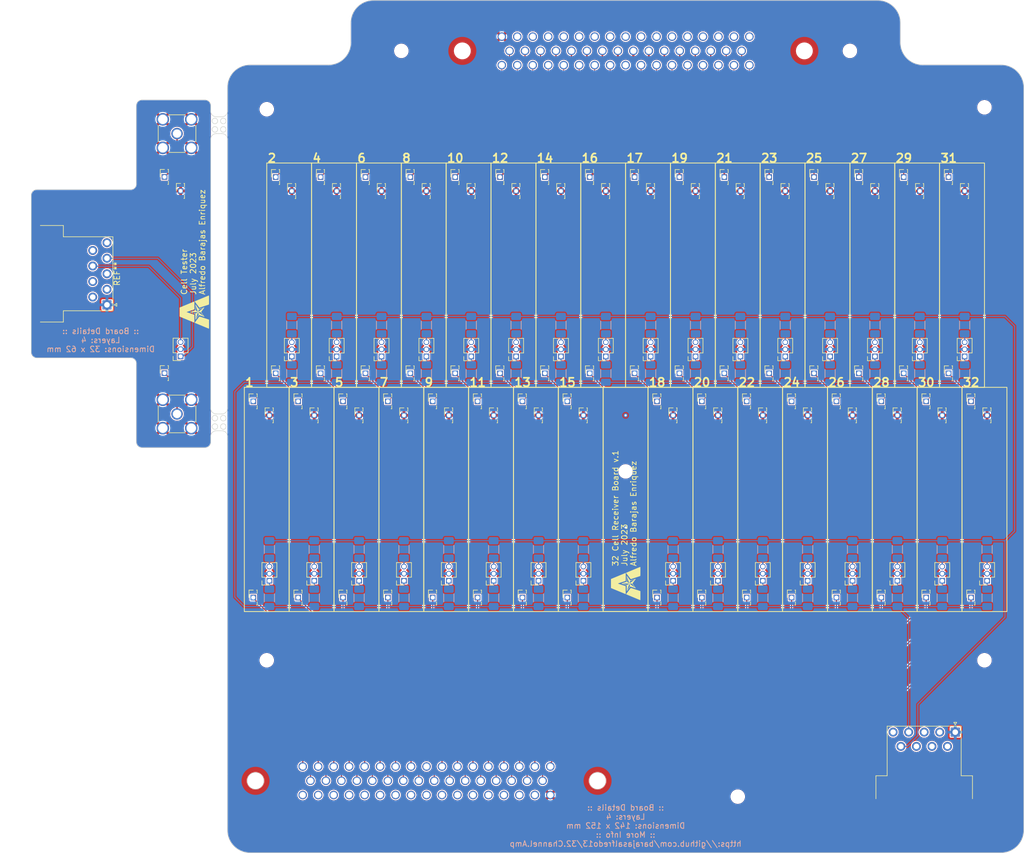
<source format=kicad_pcb>
(kicad_pcb (version 20221018) (generator pcbnew)
  (layers (0 "F.Cu" signal) (1 "In1.Cu" signal) (2 "In2.Cu" signal) (31 "B.Cu" signal) (34 "B.Paste" user) (35 "F.Paste" user) (36 "B.SilkS" user "B.Silkscreen") (37 "F.SilkS" user "F.Silkscreen") (38 "B.Mask" user) (39 "F.Mask" user) (44 "Edge.Cuts" user))
  (net 0 "")
  (net 1 "GND")
  (net 2 "GND1")
  (net 3 "+12")
  (net 4 "-12")
  (footprint "Connector_PinSocket_1.27mm:PinSocket_1x01_P1.27mm_Vertical" (layer "F.Cu") (at 213.6 122.5 90)
    (fp_text reference "REF**40" hide)
    (fp_text value "PinSocket_1x01_P1.27mm_Vertical" hide)
  )
  (footprint "MountingHole:MountingHole_2.1mm" (layer "F.Cu") (at 240 60)
    (fp_text reference "REF**" hide)
    (fp_text value "MountingHole_2.1mm" hide)
  )
  (footprint "Connector_PinSocket_1.27mm:PinSocket_1x01_P1.27mm_Vertical" (layer "F.Cu") (at 149.6 157.5 90)
    (fp_text reference "REF**5" hide)
    (fp_text value "PinSocket_1x01_P1.27mm_Vertical" hide)
  )
  (footprint "Connector_PinSocket_1.27mm:PinSocket_1x01_P1.27mm_Vertical" (layer "F.Cu") (at 153.6 117.5 90)
    (fp_text reference "REF**73" hide)
    (fp_text value "PinSocket_1x01_P1.27mm_Vertical" hide)
  )
  (footprint "Connector_PinSocket_1.27mm:PinSocket_1x01_P1.27mm_Vertical" (layer "F.Cu") (at 221.6 122.5 90)
    (fp_text reference "REF**44" hide)
    (fp_text value "PinSocket_1x01_P1.27mm_Vertical" hide)
  )
  (footprint "Connector_PinSocket_1.27mm:PinSocket_1x01_P1.27mm_Vertical" (layer "F.Cu") (at 168.47 125 90)
    (fp_text reference "REF**15" hide)
    (fp_text value "PinSocket_1x01_P1.27mm_Vertical" hide)
  )
  (footprint "Connector_PinSocket_1.27mm:PinSocket_1x01_P1.27mm_Vertical" (layer "F.Cu") (at 244.47 85 90)
    (fp_text reference "REF**119" hide)
    (fp_text value "PinSocket_1x01_P1.27mm_Vertical" hide)
  )
  (footprint "Connector_PinSocket_1.27mm:PinSocket_1x01_P1.27mm_Vertical" (layer "F.Cu") (at 261.6 157.5 90)
    (fp_text reference "REF**61" hide)
    (fp_text value "PinSocket_1x01_P1.27mm_Vertical" hide)
  )
  (footprint "Connector_PinSocket_1.27mm:PinSocket_1x01_P1.27mm_Vertical" (layer "F.Cu") (at 192.47 125 90)
    (fp_text reference "REF**27" hide)
    (fp_text value "PinSocket_1x01_P1.27mm_Vertical" hide)
  )
  (footprint "Connector_PinSocket_1.27mm:PinSocket_1x01_P1.27mm_Vertical" (layer "F.Cu") (at 196.47 85 90)
    (fp_text reference "REF**95" hide)
    (fp_text value "PinSocket_1x01_P1.27mm_Vertical" hide)
  )
  (footprint "Connector_PinSocket_1.27mm:PinSocket_1x03_P1.27mm_Vertical" (layer "F.Cu") (at 212.47 114.5 180)
    (fp_text reference "REF**102" hide)
    (fp_text value "PinSocket_1x03_P1.27mm_Vertical" hide)
  )
  (footprint "1.Logos:UTA" (layer "F.Cu") (at 200 155 90)
    (fp_text reference "G***" hide)
    (fp_text value "LOGO" hide)
  )
  (footprint "Connector_PinSocket_1.27mm:PinSocket_1x01_P1.27mm_Vertical" (layer "F.Cu") (at 217.6 82.5 90)
    (fp_text reference "REF**108" hide)
    (fp_text value "PinSocket_1x01_P1.27mm_Vertical" hide)
  )
  (footprint "Connector_Dsub:DSUB-9_Female_Horizontal_P2.77x2.54mm_EdgePinOffset9.40mm" (layer "F.Cu") (at 258.79 181.5)
    (fp_text reference "REF**" hide)
    (fp_text value "DSUB-9_Female_Horizontal_P2.77x2.54mm_EdgePinOffset9.40mm" hide)
  )
  (footprint "MountingHole:MountingHole_2.1mm" (layer "F.Cu") (at 136 168.683 180)
    (fp_text reference "REF**" hide)
    (fp_text value "MountingHole_2.1mm" hide)
  )
  (footprint "Connector_PinSocket_1.27mm:PinSocket_1x03_P1.27mm_Vertical" (layer "F.Cu") (at 224.47 154.5 180)
    (fp_text reference "REF**42" hide)
    (fp_text value "PinSocket_1x03_P1.27mm_Vertical" hide)
  )
  (footprint "Connector_PinSocket_1.27mm:PinSocket_1x01_P1.27mm_Vertical" (layer "F.Cu") (at 224.47 125 90)
    (fp_text reference "REF**43" hide)
    (fp_text value "PinSocket_1x01_P1.27mm_Vertical" hide)
  )
  (footprint "Connector_PinSocket_1.27mm:PinSocket_1x01_P1.27mm_Vertical" (layer "F.Cu") (at 177.6 117.5 90)
    (fp_text reference "REF**85" hide)
    (fp_text value "PinSocket_1x01_P1.27mm_Vertical" hide)
  )
  (footprint "Connector_PinSocket_1.27mm:PinSocket_1x01_P1.27mm_Vertical" (layer "F.Cu") (at 253.6 122.5 90)
    (fp_text reference "REF**60" hide)
    (fp_text value "PinSocket_1x01_P1.27mm_Vertical" hide)
  )
  (footprint "Connector_PinSocket_1.27mm:PinSocket_1x01_P1.27mm_Vertical" (layer "F.Cu") (at 144.47 125 90)
    (fp_text reference "REF**3" hide)
    (fp_text value "PinSocket_1x01_P1.27mm_Vertical" hide)
  )
  (footprint "1.Local.Library:CONN D-SUB PLUG 50POS RA SLDR" (layer "F.Cu") (at 201.38 60)
    (fp_text reference "REF**" hide)
    (fp_text value "CONN D-SUB PLUG 50POS RA SLDR" hide)
    (fp_circle (center -30.5 0) (end -29 0) (stroke (width 0.01)) (fill none) (layer "Edge.Cuts"))
    (fp_circle (center 30.5 0) (end 32 0) (stroke (width 0.01)) (fill none) (layer "Edge.Cuts"))
  )
  (footprint "Connector_PinSocket_1.27mm:PinSocket_1x03_P1.27mm_Vertical" (layer "F.Cu") (at 240.47 154.5 180)
    (fp_text reference "REF**50" hide)
    (fp_text value "PinSocket_1x03_P1.27mm_Vertical" hide)
  )
  (footprint "Connector_PinSocket_1.27mm:PinSocket_1x01_P1.27mm_Vertical" (layer "F.Cu") (at 189.6 157.5 90)
    (fp_text reference "REF**25" hide)
    (fp_text value "PinSocket_1x01_P1.27mm_Vertical" hide)
  )
  (footprint "Connector_PinSocket_1.27mm:PinSocket_1x01_P1.27mm_Vertical" (layer "F.Cu") (at 209.6 82.5 90)
    (fp_text reference "REF**104" hide)
    (fp_text value "PinSocket_1x01_P1.27mm_Vertical" hide)
  )
  (footprint "Connector_PinSocket_1.27mm:PinSocket_1x03_P1.27mm_Vertical" (layer "F.Cu") (at 192.47 154.5 180)
    (fp_text reference "REF**26" hide)
    (fp_text value "PinSocket_1x03_P1.27mm_Vertical" hide)
  )
  (footprint "Connector_PinSocket_1.27mm:PinSocket_1x01_P1.27mm_Vertical" (layer "F.Cu") (at 221.6 157.5 90)
    (fp_text reference "REF**41" hide)
    (fp_text value "PinSocket_1x01_P1.27mm_Vertical" hide)
  )
  (footprint "Connector_PinSocket_1.27mm:PinSocket_1x01_P1.27mm_Vertical" (layer "F.Cu") (at 176.47 125 90)
    (fp_text reference "REF**19" hide)
    (fp_text value "PinSocket_1x01_P1.27mm_Vertical" hide)
  )
  (footprint "MountingHole:MountingHole_2.1mm" (layer "F.Cu") (at 264 168.683 180)
    (fp_text reference "REF**" hide)
    (fp_text value "MountingHole_2.1mm" hide)
  )
  (footprint "Connector_PinSocket_1.27mm:PinSocket_1x01_P1.27mm_Vertical" (layer "F.Cu") (at 161.6 82.5 90)
    (fp_text reference "REF**80" hide)
    (fp_text value "PinSocket_1x01_P1.27mm_Vertical" hide)
  )
  (footprint "Connector_PinSocket_1.27mm:PinSocket_1x01_P1.27mm_Vertical" (layer "F.Cu") (at 216.47 125 90)
    (fp_text reference "REF**39" hide)
    (fp_text value "PinSocket_1x01_P1.27mm_Vertical" hide)
  )
  (footprint "Connector_PinSocket_1.27mm:PinSocket_1x01_P1.27mm_Vertical" (layer "F.Cu") (at 213.6 157.5 90)
    (fp_text reference "REF**37" hide)
    (fp_text value "PinSocket_1x01_P1.27mm_Vertical" hide)
  )
  (footprint "Connector_PinSocket_1.27mm:PinSocket_1x01_P1.27mm_Vertical" (layer "F.Cu") (at 252.47 85 90)
    (fp_text reference "REF**123" hide)
    (fp_text value "PinSocket_1x01_P1.27mm_Vertical" hide)
  )
  (footprint "Connector_PinSocket_1.27mm:PinSocket_1x01_P1.27mm_Vertical" (layer "F.Cu") (at 232.47 125 90)
    (fp_text reference "REF**47" hide)
    (fp_text value "PinSocket_1x01_P1.27mm_Vertical" hide)
  )
  (footprint "Connector_PinSocket_1.27mm:PinSocket_1x01_P1.27mm_Vertical" (layer "F.Cu") (at 185.6 82.5 90)
    (fp_text reference "REF**92" hide)
    (fp_text value "PinSocket_1x01_P1.27mm_Vertical" hide)
  )
  (footprint "Connector_PinSocket_1.27mm:PinSocket_1x01_P1.27mm_Vertical" (layer "F.Cu") (at 205.6 122.5 90)
    (fp_text reference "REF**36" hide)
    (fp_text value "PinSocket_1x01_P1.27mm_Vertical" hide)
  )
  (footprint "Connector_PinSocket_1.27mm:PinSocket_1x01_P1.27mm_Vertical" (layer "F.Cu") (at 245.6 157.5 90)
    (fp_text reference "REF**53" hide)
    (fp_text value "PinSocket_1x01_P1.27mm_Vertical" hide)
  )
  (footprint "Connector_PinSocket_1.27mm:PinSocket_1x01_P1.27mm_Vertical" (layer "F.Cu") (at 233.6 82.5 90)
    (fp_text reference "REF**116" hide)
    (fp_text value "PinSocket_1x01_P1.27mm_Vertical" hide)
  )
  (footprint "Connector_PinSocket_1.27mm:PinSocket_1x03_P1.27mm_Vertical" (layer "F.Cu") (at 220.47 114.5 180)
    (fp_text reference "REF**106" hide)
    (fp_text value "PinSocket_1x03_P1.27mm_Vertical" hide)
  )
  (footprint "Connector_PinSocket_1.27mm:PinSocket_1x01_P1.27mm_Vertical" (layer "F.Cu") (at 193.6 82.5 90)
    (fp_text reference "REF**96" hide)
    (fp_text value "PinSocket_1x01_P1.27mm_Vertical" hide)
  )
  (footprint "Connector_PinSocket_1.27mm:PinSocket_1x03_P1.27mm_Vertical" (layer "F.Cu") (at 164.47 114.5 180)
    (fp_text reference "REF**78" hide)
    (fp_text value "PinSocket_1x03_P1.27mm_Vertical" hide)
  )
  (footprint "Connector_PinSocket_1.27mm:PinSocket_1x01_P1.27mm_Vertical" (layer "F.Cu") (at 217.6 117.5 90)
    (fp_text reference "REF**105" hide)
    (fp_text value "PinSocket_1x01_P1.27mm_Vertical" hide)
  )
  (footprint "Connector_PinSocket_1.27mm:PinSocket_1x01_P1.27mm_Vertical" (layer "F.Cu") (at 133.6 157.5 90)
    (fp_text reference "REF**" hide)
    (fp_text value "PinSocket_1x01_P1.27mm_Vertical" hide)
  )
  (footprint "Connector_PinSocket_1.27mm:PinSocket_1x01_P1.27mm_Vertical" (layer "F.Cu") (at 212.47 85 90)
    (fp_text reference "REF**103" hide)
    (fp_text value "PinSocket_1x01_P1.27mm_Vertical" hide)
  )
  (footprint "Connector_PinSocket_1.27mm:PinSocket_1x01_P1.27mm_Vertical" (layer "F.Cu") (at 149.6 122.5 90)
    (fp_text reference "REF**8" hide)
    (fp_text value "PinSocket_1x01_P1.27mm_Vertical" hide)
  )
  (footprint "Connector_PinSocket_1.27mm:PinSocket_1x01_P1.27mm_Vertical" (layer "F.Cu") (at 136.47 125 90)
    (fp_text reference "REF**" hide)
    (fp_text value "PinSocket_1x01_P1.27mm_Vertical" hide)
  )
  (footprint "Connector_PinSocket_1.27mm:PinSocket_1x01_P1.27mm_Vertical" (layer "F.Cu") (at 256.47 125 90)
    (fp_text reference "REF**59" hide)
    (fp_text value "PinSocket_1x01_P1.27mm_Vertical" hide)
  )
  (footprint "Connector_PinSocket_1.27mm:PinSocket_1x01_P1.27mm_Vertical" (layer "F.Cu") (at 188.47 85 90)
    (fp_text reference "REF**91" hide)
    (fp_text value "PinSocket_1x01_P1.27mm_Vertical" hide)
  )
  (footprint "Connector_PinSocket_1.27mm:PinSocket_1x01_P1.27mm_Vertical" (layer "F.Cu") (at 220.47 85 90)
    (fp_text reference "REF**107" hide)
    (fp_text value "PinSocket_1x01_P1.27mm_Vertical" hide)
  )
  (footprint "MountingHole:MountingHole_2.1mm" (layer "F.Cu") (at 160 60)
    (fp_text reference "REF**" hide)
    (fp_text value "MountingHole_2.1mm" hide)
  )
  (footprint "Connector_PinSocket_1.27mm:PinSocket_1x01_P1.27mm_Vertical" (layer "F.Cu") (at 157.6 157.5 90)
    (fp_text reference "REF**9" hide)
    (fp_text value "PinSocket_1x01_P1.27mm_Vertical" hide)
  )
  (footprint "Connector_PinSocket_1.27mm:PinSocket_1x01_P1.27mm_Vertical" (layer "F.Cu") (at 133.6 122.5 90)
    (fp_text reference "REF**" hide)
    (fp_text value "PinSocket_1x01_P1.27mm_Vertical" hide)
  )
  (footprint "Connector_PinSocket_1.27mm:PinSocket_1x01_P1.27mm_Vertical" (layer "F.Cu") (at 160.47 125 90)
    (fp_text reference "REF**11" hide)
    (fp_text value "PinSocket_1x01_P1.27mm_Vertical" hide)
  )
  (footprint "Connector_PinSocket_1.27mm:PinSocket_1x03_P1.27mm_Vertical" (layer "F.Cu") (at 232.47 154.5 180)
    (fp_text reference "REF**46" hide)
    (fp_text value "PinSocket_1x03_P1.27mm_Vertical" hide)
  )
  (footprint "Connector_PinSocket_1.27mm:PinSocket_1x01_P1.27mm_Vertical" (layer "F.Cu") (at 236.47 85 90)
    (fp_text reference "REF**115" hide)
    (fp_text value "PinSocket_1x01_P1.27mm_Vertical" hide)
  )
  (footprint "Connector_PinSocket_1.27mm:PinSocket_1x01_P1.27mm_Vertical" (layer "F.Cu") (at 241.6 82.5 90)
    (fp_text reference "REF**120" hide)
    (fp_text value "PinSocket_1x01_P1.27mm_Vertical" hide)
  )
  (footprint "Connector_PinSocket_1.27mm:PinSocket_1x01_P1.27mm_Vertical" (layer "F.Cu") (at 261.6 122.5 90)
    (fp_text reference "REF**64" hide)
    (fp_text value "PinSocket_1x01_P1.27mm_Vertical" hide)
  )
  (footprint "Connector_PinSocket_1.27mm:PinSocket_1x01_P1.27mm_Vertical" (layer "F.Cu") (at 145.6 117.5 90)
    (fp_text reference "REF**69" hide)
    (fp_text value "PinSocket_1x01_P1.27mm_Vertical" hide)
  )
  (footprint "Connector_PinSocket_1.27mm:PinSocket_1x01_P1.27mm_Vertical" (layer "F.Cu") (at 201.6 82.5 90)
    (fp_text reference "REF**100" hide)
    (fp_text value "PinSocket_1x01_P1.27mm_Vertical" hide)
  )
  (footprint "Connector_PinSocket_1.27mm:PinSocket_1x01_P1.27mm_Vertical" (layer "F.Cu") (at 249.6 82.5 90)
    (fp_text reference "REF**124" hide)
    (fp_text value "PinSocket_1x01_P1.27mm_Vertical" hide)
  )
  (footprint "Connector_PinSocket_1.27mm:PinSocket_1x01_P1.27mm_Vertical" (layer "F.Cu") (at 157.6 122.5 90)
    (fp_text reference "REF**12" hide)
    (fp_text value "PinSocket_1x01_P1.27mm_Vertical" hide)
  )
  (footprint "Connector_PinSocket_1.27mm:PinSocket_1x03_P1.27mm_Vertical" (layer "F.Cu") (at 160.47 154.5 180)
    (fp_text reference "REF**10" hide)
    (fp_text value "PinSocket_1x03_P1.27mm_Vertical" hide)
  )
  (footprint "Connector_PinSocket_1.27mm:PinSocket_1x01_P1.27mm_Vertical" (layer "F.Cu") (at 253.6 157.5 90)
    (fp_text reference "REF**57" hide)
    (fp_text value "PinSocket_1x01_P1.27mm_Vertical" hide)
  )
  (footprint "Connector_PinSocket_1.27mm:PinSocket_1x01_P1.27mm_Vertical" (layer "F.Cu") (at 229.6 122.5 90)
    (fp_text reference "REF**48" hide)
    (fp_text value "PinSocket_1x01_P1.27mm_Vertical" hide)
  )
  (footprint "Connector_PinSocket_1.27mm:PinSocket_1x03_P1.27mm_Vertical" (layer "F.Cu") (at 256.47 154.5 180)
    (fp_text reference "REF**58" hide)
    (fp_text value "PinSocket_1x03_P1.27mm_Vertical" hide)
  )
  (footprint "Connector_PinSocket_1.27mm:PinSocket_1x01_P1.27mm_Vertical" (layer "F.Cu") (at 152.47 125 90)
    (fp_text reference "REF**7" hide)
    (fp_text value "PinSocket_1x01_P1.27mm_Vertical" hide)
  )
  (footprint "Connector_PinSocket_1.27mm:PinSocket_1x01_P1.27mm_Vertical" (layer "F.Cu") (at 201.6 117.5 90)
    (fp_text reference "REF**97" hide)
    (fp_text value "PinSocket_1x01_P1.27mm_Vertical" hide)
  )
  (footprint "Connector_PinSocket_1.27mm:PinSocket_1x03_P1.27mm_Vertical" (layer "F.Cu") (at 204.47 114.5 180)
    (fp_text reference "REF**98" hide)
    (fp_text value "PinSocket_1x03_P1.27mm_Vertical" hide)
  )
  (footprint "Connector_PinSocket_1.27mm:PinSocket_1x01_P1.27mm_Vertical" (layer "F.Cu") (at 137.6 82.5 90)
    (fp_text reference "REF**68" hide)
    (fp_text value "PinSocket_1x01_P1.27mm_Vertical" hide)
  )
  (footprint "Connector_PinSocket_1.27mm:PinSocket_1x01_P1.27mm_Vertical" (layer "F.Cu") (at 185.6 117.5 90)
    (fp_text reference "REF**89" hide)
    (fp_text value "PinSocket_1x01_P1.27mm_Vertical" hide)
  )
  (footprint "Connector_PinSocket_1.27mm:PinSocket_1x01_P1.27mm_Vertical" (layer "F.Cu") (at 117.765 117.4755 90)
    (fp_text reference "REF**" hide)
    (fp_text value "PinSocket_1x01_P1.27mm_Vertical" hide)
  )
  (footprint "Connector_PinSocket_1.27mm:PinSocket_1x01_P1.27mm_Vertical" (layer "F.Cu") (at 184.47 125 90)
    (fp_text reference "REF**23" hide)
    (fp_text value "PinSocket_1x01_P1.27mm_Vertical" hide)
  )
  (footprint "Connector_PinSocket_1.27mm:PinSocket_1x01_P1.27mm_Vertical" (layer "F.Cu") (at 141.6 157.5 90)
    (fp_text reference "REF**1" hide)
    (fp_text value "PinSocket_1x01_P1.27mm_Vertical" hide)
  )
  (footprint "Connector_PinSocket_1.27mm:PinSocket_1x01_P1.27mm_Vertical" (layer "F.Cu") (at 225.6 117.5 90)
    (fp_text reference "REF**109" hide)
    (fp_text value "PinSocket_1x01_P1.27mm_Vertical" hide)
  )
  (footprint "MountingHole:MountingHole_2.1mm" (layer "F.Cu") (at 220 193 -90)
    (fp_text reference "REF**" hide)
    (fp_text value "MountingHole_2.1mm" hide)
  )
  (footprint "" (layer "F.Cu") (at 136 168.683 180)
    (fp_text reference "")
    (fp_text value "")
  )
  (footprint "Connector_PinSocket_1.27mm:PinSocket_1x03_P1.27mm_Vertical" (layer "F.Cu") (at 176.47 154.5 180)
    (fp_text reference "REF**18" hide)
    (fp_text value "PinSocket_1x03_P1.27mm_Vertical" hide)
  )
  (footprint "Connector_PinSocket_1.27mm:PinSocket_1x03_P1.27mm_Vertical" (layer "F.Cu") (at 196.47 114.5 180)
    (fp_text reference "REF**94" hide)
    (fp_text value "PinSocket_1x03_P1.27mm_Vertical" hide)
  )
  (footprint "Connector_PinSocket_1.27mm:PinSocket_1x01_P1.27mm_Vertical" (layer "F.Cu") (at 249.6 117.5 90)
    (fp_text reference "REF**121" hide)
    (fp_text value "PinSocket_1x01_P1.27mm_Vertical" hide)
  )
  (footprint "Connector_PinSocket_1.27mm:PinSocket_1x03_P1.27mm_Vertical" (layer "F.Cu") (at 216.47 154.5 180)
    (fp_text reference "REF**38" hide)
    (fp_text value "PinSocket_1x03_P1.27mm_Vertical" hide)
  )
  (footprint "Connector_PinSocket_1.27mm:PinSocket_1x03_P1.27mm_Vertical" (layer "F.Cu") (at 136.47 154.5 180)
    (fp_text reference "REF**" hide)
    (fp_text value "PinSocket_1x03_P1.27mm_Vertical" hide)
  )
  (footprint "Connector_PinSocket_1.27mm:PinSocket_1x01_P1.27mm_Vertical" (layer "F.Cu") (at 177.6 82.5 90)
    (fp_text reference "REF**88" hide)
    (fp_text value "PinSocket_1x01_P1.27mm_Vertical" hide)
  )
  (footprint "Connector_Coaxial:SMA_Amphenol_901-144_Vertical" (layer "F.Cu") (at 120 74.751)
    (fp_text reference "J5" hide)
    (fp_text value "Conn_Coaxial_Out" hide)
  )
  (footprint "Connector_PinSocket_1.27mm:PinSocket_1x01_P1.27mm_Vertical" (layer "F.Cu") (at 165.6 122.5 90)
    (fp_text reference "REF**16" hide)
    (fp_text value "PinSocket_1x01_P1.27mm_Vertical" hide)
  )
  (footprint "Connector_PinSocket_1.27mm:PinSocket_1x03_P1.27mm_Vertical" (layer "F.Cu") (at 168.47 154.5 180)
    (fp_text reference "REF**14" hide)
    (fp_text value "PinSocket_1x03_P1.27mm_Vertical" hide)
  )
  (footprint "Connector_PinSocket_1.27mm:PinSocket_1x03_P1.27mm_Vertical" (layer "F.Cu") (at 260.47 114.5 180)
    (fp_text reference "REF**126" hide)
    (fp_text value "PinSocket_1x03_P1.27mm_Vertical" hide)
  )
  (footprint "Connector_PinSocket_1.27mm:PinSocket_1x01_P1.27mm_Vertical" (layer "F.Cu") (at 165.6 157.5 90)
    (fp_text reference "REF**13" hide)
    (fp_text value "PinSocket_1x01_P1.27mm_Vertical" hide)
  )
  (footprint "Connector_PinSocket_1.27mm:PinSocket_1x01_P1.27mm_Vertical" (layer "F.Cu") (at 140.47 85 90)
    (fp_text reference "REF**67" hide)
    (fp_text value "PinSocket_1x01_P1.27mm_Vertical" hide)
  )
  (footprint "Connector_PinSocket_1.27mm:PinSocket_1x03_P1.27mm_Vertical" (layer "F.Cu") (at 188.47 114.5 180)
    (fp_text reference "REF**90" hide)
    (fp_text value "PinSocket_1x03_P1.27mm_Vertical" hide)
  )
  (footprint "Connector_PinSocket_1.27mm:PinSocket_1x01_P1.27mm_Vertical" (layer "F.Cu") (at 240.47 125 90)
    (fp_text reference "REF**51" hide)
    (fp_text value "PinSocket_1x01_P1.27mm_Vertical" hide)
  )
  (footprint "Connector_PinSocket_1.27mm:PinSocket_1x01_P1.27mm_Vertical" (layer "F.Cu") (at 145.6 82.5 90)
    (fp_text reference "REF**72" hide)
    (fp_text value "PinSocket_1x01_P1.27mm_Vertical" hide)
  )
  (footprint "MountingHole:MountingHole_2.1mm" (layer "F.Cu") (at 200 135)
    (fp_text reference "REF**" hide)
    (fp_text value "MountingHole_2.1mm" hide)
  )
  (footprint "Connector_PinSocket_1.27mm:PinSocket_1x01_P1.27mm_Vertical" (layer "F.Cu") (at 237.6 157.5 90)
    (fp_text reference "REF**49" hide)
    (fp_text value "PinSocket_1x01_P1.27mm_Vertical" hide)
  )
  (footprint "Connector_PinSocket_1.27mm:PinSocket_1x03_P1.27mm_Vertical" (layer "F.Cu") (at 244.47 114.5 180)
    (fp_text reference "REF**118" hide)
    (fp_text value "PinSocket_1x03_P1.27mm_Vertical" hide)
  )
  (footprint "Connector_PinSocket_1.27mm:PinSocket_1x01_P1.27mm_Vertical" (layer "F.Cu") (at 161.6 117.5 90)
    (fp_text reference "REF**77" hide)
    (fp_text value "PinSocket_1x01_P1.27mm_Vertical" hide)
  )
  (footprint "Connector_PinSocket_1.27mm:PinSocket_1x01_P1.27mm_Vertical" (layer "F.Cu") (at 193.6 117.5 90)
    (fp_text reference "REF**93" hide)
    (fp_text value "PinSocket_1x01_P1.27mm_Vertical" hide)
  )
  (footprint "Connector_PinSocket_1.27mm:PinSocket_1x01_P1.27mm_Vertical" (layer "F.Cu") (at 204.47 85 90)
    (fp_text reference "REF**99" hide)
    (fp_text value "PinSocket_1x01_P1.27mm_Vertical" hide)
  )
  (footprint "Connector_PinSocket_1.27mm:PinSocket_1x01_P1.27mm_Vertical" (layer "F.Cu") (at 169.6 82.5 90)
    (fp_text reference "REF**84" hide)
    (fp_text value "PinSocket_1x01_P1.27mm_Vertical" hide)
  )
  (footprint "Connector_PinSocket_1.27mm:PinSocket_1x03_P1.27mm_Vertical" (layer "F.Cu") (at 172.47 114.5 180)
    (fp_text reference "REF**82" hide)
    (fp_text value "PinSocket_1x03_P1.27mm_Vertical" hide)
  )
  (footprint "Connector_PinSocket_1.27mm:PinSocket_1x03_P1.27mm_Vertical" (layer "F.Cu") (at 120.635 114.4755 180)
    (fp_text reference "REF**" hide)
    (fp_text value "PinSocket_1x03_P1.27mm_Vertical" hide)
  )
  (footprint "Connector_PinSocket_1.27mm:PinSocket_1x01_P1.27mm_Vertical" (layer "F.Cu") (at 181.6 157.5 90)
    (fp_text reference "REF**21" hide)
    (fp_text value "PinSocket_1x01_P1.27mm_Vertical" hide)
  )
  (footprint "Connector_PinSocket_1.27mm:PinSocket_1x03_P1.27mm_Vertical" (layer "F.Cu") (at 152.47 154.5 180)
    (fp_text reference "REF**6" hide)
    (fp_text value "PinSocket_1x03_P1.27mm_Vertical" hide)
  )
  (footprint "Connector_PinSocket_1.27mm:PinSocket_1x01_P1.27mm_Vertical" (layer "F.Cu") (at 260.47 85 90)
    (fp_text reference "REF**127" hide)
    (fp_text value "PinSocket_1x01_P1.27mm_Vertical" hide)
  )
  (footprint "Connector_PinSocket_1.27mm:PinSocket_1x03_P1.27mm_Vertical" (layer "F.Cu") (at 184.47 154.5 180)
    (fp_text reference "REF**22" hide)
    (fp_text value "PinSocket_1x03_P1.27mm_Vertical" hide)
  )
  (footprint "Connector_PinSocket_1.27mm:PinSocket_1x03_P1.27mm_Vertical" (layer "F.Cu") (at 180.47 114.5 180)
    (fp_text reference "REF**86" hide)
    (fp_text value "PinSocket_1x03_P1.27mm_Vertical" hide)
  )
  (footprint "Connector_PinSocket_1.27mm:PinSocket_1x01_P1.27mm_Vertical" (layer "F.Cu") (at 180.47 85 90)
    (fp_text reference "REF**87" hide)
    (fp_text value "PinSocket_1x01_P1.27mm_Vertical" hide)
  )
  (footprint "Connector_PinSocket_1.27mm:PinSocket_1x03_P1.27mm_Vertical" (layer "F.Cu") (at 264.47 154.5 180)
    (fp_text reference "REF**62" hide)
    (fp_text value "PinSocket_1x03_P1.27mm_Vertical" hide)
  )
  (footprint "Connector_PinSocket_1.27mm:PinSocket_1x03_P1.27mm_Vertical" (layer "F.Cu") (at 252.47 114.5 180)
    (fp_text reference "REF**122" hide)
    (fp_text value "PinSocket_1x03_P1.27mm_Vertical" hide)
  )
  (footprint "Connector_PinSocket_1.27mm:PinSocket_1x01_P1.27mm_Vertical" (layer "F.Cu") (at 148.47 85 90)
    (fp_text reference "REF**71" hide)
    (fp_text value "PinSocket_1x01_P1.27mm_Vertical" hide)
  )
  (footprint "Connector_PinSocket_1.27mm:PinSocket_1x01_P1.27mm_Vertical" (layer "F.Cu") (at 137.6 117.5 90)
    (fp_text reference "REF**65" hide)
    (fp_text value "PinSocket_1x01_P1.27mm_Vertical" hide)
  )
  (footprint "Connector_PinSocket_1.27mm:PinSocket_1x03_P1.27mm_Vertical" (layer "F.Cu") (at 144.47 154.5 180)
    (fp_text reference "REF**2" hide)
    (fp_text value "PinSocket_1x03_P1.27mm_Vertical" hide)
  )
  (footprint "Connector_PinSocket_1.27mm:PinSocket_1x03_P1.27mm_Vertical" (layer "F.Cu") (at 156.47 114.5 180)
    (fp_text reference "REF**74" hide)
    (fp_text value "PinSocket_1x03_P1.27mm_Vertical" hide)
  )
  (footprint "Connector_PinSocket_1.27mm:PinSocket_1x03_P1.27mm_Vertical" (layer "F.Cu") (at 236.47 114.5 180)
    (fp_text reference "REF**114" hide)
    (fp_text value "PinSocket_1x03_P1.27mm_Vertical" hide)
  )
  (footprint "Connector_PinSocket_1.27mm:PinSocket_1x01_P1.27mm_Vertical" (layer "F.Cu") (at 172.47 85 90)
    (fp_text reference "REF**83" hide)
    (fp_text value "PinSocket_1x01_P1.27mm_Vertical" hide)
  )
  (footprint "Connector_PinSocket_1.27mm:PinSocket_1x01_P1.27mm_Vertical" (layer "F.Cu") (at 225.6 82.5 90)
    (fp_text reference "REF**112" hide)
    (fp_text value "PinSocket_1x01_P1.27mm_Vertical" hide)
  )
  (footprint "Connector_PinSocket_1.27mm:PinSocket_1x01_P1.27mm_Vertical" (layer "F.Cu") (at 257.6 117.5 90)
    (fp_text reference "REF**125" hide)
    (fp_text value "PinSocket_1x01_P1.27mm_Vertical" hide)
  )
  (footprint "Connector_PinSocket_1.27mm:PinSocket_1x03_P1.27mm_Vertical" (layer "F.Cu") (at 148.47 114.5 180)
    (fp_text reference "REF**70" hide)
    (fp_text value "PinSocket_1x03_P1.27mm_Vertical" hide)
  )
  (footprint "Connector_PinSocket_1.27mm:PinSocket_1x01_P1.27mm_Vertical" (layer "F.Cu") (at 173.6 157.5 90)
    (fp_text reference "REF**17" hide)
    (fp_text value "PinSocket_1x01_P1.27mm_Vertical" hide)
  )
  (footprint "" (layer "F.Cu") (at 240 60)
    (fp_text reference "")
    (fp_text value "")
  )
  (footprint "Connector_PinSocket_1.27mm:PinSocket_1x01_P1.27mm_Vertical" (layer "F.Cu") (at 181.6 122.5 90)
    (fp_text reference "REF**24" hide)
    (fp_text value "PinSocket_1x01_P1.27mm_Vertical" hide)
  )
  (footprint "Connector_PinSocket_1.27mm:PinSocket_1x01_P1.27mm_Vertical" (layer "F.Cu") (at 156.47 85 90)
    (fp_text reference "REF**75" hide)
    (fp_text value "PinSocket_1x01_P1.27mm_Vertical" hide)
  )
  (footprint "Connector_PinSocket_1.27mm:PinSocket_1x01_P1.27mm_Vertical" (layer "F.Cu") (at 233.6 117.5 90)
    (fp_text reference "REF**113" hide)
    (fp_text value "PinSocket_1x01_P1.27mm_Vertical" hide)
  )
  (footprint "Connector_PinSocket_1.27mm:PinSocket_1x01_P1.27mm_Vertical" (layer "F.Cu") (at 248.47 125 90)
    (fp_text reference "REF**55" hide)
    (fp_text value "PinSocket_1x01_P1.27mm_Vertical" hide)
  )
  (footprint "1.Logos:UTA" (layer "F.Cu") (at 123.070439 106.586547 90)
    (fp_text reference "G***" hide)
    (fp_text value "LOGO" hide)
  )
  (footprint "Connector_PinSocket_1.27mm:PinSocket_1x01_P1.27mm_Vertical" (layer "F.Cu") (at 164.47 85 90)
    (fp_text reference "REF**79" hide)
    (fp_text value "PinSocket_1x01_P1.27mm_Vertical" hide)
  )
  (footprint "Connector_PinSocket_1.27mm:PinSocket_1x03_P1.27mm_Vertical" (layer "F.Cu") (at 208.47 154.5 180)
    (fp_text reference "REF**34" hide)
    (fp_text value "PinSocket_1x03_P1.27mm_Vertical" hide)
  )
  (footprint "1.Local.Library:CONN D-SUB PLUG 50POS RA SLDR" (layer "F.Cu") (at 163.114 190.171 180)
    (fp_text reference "REF**" hide)
    (fp_text value "CONN D-SUB PLUG 50POS RA SLDR" hide)
    (fp_circle (center -31.88 0) (end -30.38 0) (stroke (width 0.1)) (fill none) (layer "Edge.Cuts"))
    (fp_circle (center 29.12 0) (end 30.62 0) (stroke (width 0.1)) (fill none) (layer "Edge.Cuts"))
  )
  (footprint "Connector_PinSocket_1.27mm:PinSocket_1x01_P1.27mm_Vertical" (layer "F.Cu") (at 169.6 117.5 90)
    (fp_text reference "REF**81" hide)
    (fp_text value "PinSocket_1x01_P1.27mm_Vertical" hide)
  )
  (footprint "Connector_PinSocket_1.27mm:PinSocket_1x01_P1.27mm_Vertical" (layer "F.Cu") (at 264.47 125 90)
    (fp_text reference "REF**63" hide)
    (fp_text value "PinSocket_1x01_P1.27mm_Vertical" hide)
  )
  (footprint "Connector_PinSocket_1.27mm:PinSocket_1x01_P1.27mm_Vertical" (layer "F.Cu") (at 228.47 85 90)
    (fp_text reference "REF**111" hide)
    (fp_text value "PinSocket_1x01_P1.27mm_Vertical" hide)
  )
  (footprint "Connector_PinSocket_1.27mm:PinSocket_1x01_P1.27mm_Vertical" (layer "F.Cu") (at 189.6 122.5 90)
    (fp_text reference "REF**28" hide)
    (fp_text value "PinSocket_1x01_P1.27mm_Vertical" hide)
  )
  (footprint "Connector_PinSocket_1.27mm:PinSocket_1x01_P1.27mm_Vertical" (layer "F.Cu") (at 241.6 117.5 90)
    (fp_text reference "REF**117" hide)
    (fp_text value "PinSocket_1x01_P1.27mm_Vertical" hide)
  )
  (footprint "Connector_PinSocket_1.27mm:PinSocket_1x03_P1.27mm_Vertical" (layer "F.Cu") (at 140.47 114.5 180)
    (fp_text reference "REF**66" hide)
    (fp_text value "PinSocket_1x03_P1.27mm_Vertical" hide)
  )
  (footprint "Connector_PinSocket_1.27mm:PinSocket_1x01_P1.27mm_Vertical" (layer "F.Cu") (at 205.6 157.5 90)
    (fp_text reference "REF**33" hide)
    (fp_text value "PinSocket_1x01_P1.27mm_Vertical" hide)
  )
  (footprint "Connector_PinSocket_1.27mm:PinSocket_1x01_P1.27mm_Vertical" (layer "F.Cu") (at 153.6 82.5 90)
    (fp_text reference "REF**76" hide)
    (fp_text value "PinSocket_1x01_P1.27mm_Vertical" hide)
  )
  (footprint "Connector_PinSocket_1.27mm:PinSocket_1x01_P1.27mm_Vertical" (layer "F.Cu") (at 141.6 122.5 90)
    (fp_text reference "REF**4" hide)
    (fp_text value "PinSocket_1x01_P1.27mm_Vertical" hide)
  )
  (footprint "Connector_PinSocket_1.27mm:PinSocket_1x01_P1.27mm_Vertical" (layer "F.Cu") (at 120.635 84.9755 90)
    (fp_text reference "REF**" hide)
    (fp_text value "PinSocket_1x01_P1.27mm_Vertical" hide)
  )
  (footprint "Connector_PinSocket_1.27mm:PinSocket_1x01_P1.27mm_Vertical" (layer "F.Cu") (at 245.6 122.5 90)
    (fp_text reference "REF**56" hide)
    (fp_text value "PinSocket_1x01_P1.27mm_Vertical" hide)
  )
  (footprint "Connector_Coaxial:SMA_Amphenol_901-144_Vertical" (layer "F.Cu") (at 120 124.75)
    (fp_text reference "J5" hide)
    (fp_text value "Conn_Coaxial_Out" hide)
  )
  (footprint "Connector_PinSocket_1.27mm:PinSocket_1x01_P1.27mm_Vertical" (layer "F.Cu") (at 117.765 82.4755 90)
    (fp_text reference "REF**" hide)
    (fp_text value "PinSocket_1x01_P1.27mm_Vertical" hide)
  )
  (footprint "MountingHole:MountingHole_2.1mm" (layer "F.Cu") (at 264.000028 70.061972)
    (fp_text reference "REF**" hide)
    (fp_text value "MountingHole_2.1mm" hide)
  )
  (footprint "Connector_PinSocket_1.27mm:PinSocket_1x01_P1.27mm_Vertical" (layer "F.Cu") (at 209.6 117.5 90)
    (fp_text reference "REF**101" hide)
    (fp_text value "PinSocket_1x01_P1.27mm_Vertical" hide)
  )
  (footprint "Connector_PinSocket_1.27mm:PinSocket_1x01_P1.27mm_Vertical" (layer "F.Cu") (at 208.47 125 90)
    (fp_text reference "REF**35" hide)
    (fp_text value "PinSocket_1x01_P1.27mm_Vertical" hide)
  )
  (footprint "Connector_PinSocket_1.27mm:PinSocket_1x01_P1.27mm_Vertical" (layer "F.Cu") (at 229.6 157.5 90)
    (fp_text reference "REF**45" hide)
    (fp_text value "PinSocket_1x01_P1.27mm_Vertical" hide)
  )
  (footprint "Connector_PinSocket_1.27mm:PinSocket_1x03_P1.27mm_Vertical" (layer "F.Cu") (at 228.47 114.5 180)
    (fp_text reference "REF**110" hide)
    (fp_text value "PinSocket_1x03_P1.27mm_Vertical" hide)
  )
  (footprint "Connector_PinSocket_1.27mm:PinSocket_1x01_P1.27mm_Vertical" (layer "F.Cu") (at 257.6 82.5 90)
    (fp_text reference "REF**128" hide)
    (fp_text value "PinSocket_1x01_P1.27mm_Vertical" hide)
  )
  (footprint "Connector_PinSocket_1.27mm:PinSocket_1x03_P1.27mm_Vertical" (layer "F.Cu") (at 248.47 154.5 180)
    (fp_text reference "REF**54" hide)
    (fp_text value "PinSocket_1x03_P1.27mm_Vertical" hide)
  )
  (footprint "Connector_PinSocket_1.27mm:PinSocket_1x01_P1.27mm_Vertical" (layer "F.Cu") (at 237.6 122.5 90)
    (fp_text reference "REF**52" hide)
    (fp_text value "PinSocket_1x01_P1.27mm_Vertical" hide)
  )
  (footprint "" (layer "F.Cu") (at 160 60)
    (fp_text reference "")
    (fp_text value "")
  )
  (footprint "Connector_PinSocket_1.27mm:PinSocket_1x01_P1.27mm_Vertical" (layer "F.Cu") (at 173.6 122.5 90)
    (fp_text reference "REF**20" hide)
    (fp_text value "PinSocket_1x01_P1.27mm_Vertical" hide)
  )
  (footprint "Connector_Dsub:DSUB-9_Female_Horizontal_P2.77x2.54mm_EdgePinOffset9.40mm" (layer "F.Cu") (at 107.5 105.2905 -90)
    (fp_text reference "REF**")
    (fp_text value "DSUB-9_Female_Horizontal_P2.77x2.54mm_EdgePinOffset9.40mm" hide)
  )
  (footprint "MountingHole:MountingHole_2.1mm" (layer "F.Cu") (at 136 70.408)
    (fp_text reference "REF**" hide)
    (fp_text value "MountingHole_2.1mm" hide)
  )
  (footprint "Resistor_SMD:R_1206_3216Metric_Pad1.30x1.75mm_HandSolder" (layer "B.Cu") (at 260.47 108.91 90)
    (fp_text reference "REF**154" hide)
    (fp_text value "R_1206_3216Metric_Pad1.30x1.75mm_HandSolder" hide)
  )
  (footprint "Resistor_SMD:R_1206_3216Metric_Pad1.30x1.75mm_HandSolder" (layer "B.Cu") (at 144.47 148.91 90)
    (fp_text reference "REF**156" hide)
    (fp_text value "R_1206_3216Metric_Pad1.30x1.75mm_HandSolder" hide)
  )
  (footprint "Resistor_SMD:R_1206_3216Metric_Pad1.30x1.75mm_HandSolder" (layer "B.Cu") (at 216.47 157.55 -90)
    (fp_text reference "REF**173" hide)
    (fp_text value "R_1206_3216Metric_Pad1.30x1.75mm_HandSolder" hide)
  )
  (footprint "Resistor_SMD:R_1206_3216Metric_Pad1.30x1.75mm_HandSolder" (layer "B.Cu") (at 184.47 148.91 90)
    (fp_text reference "REF**166" hide)
    (fp_text value "R_1206_3216Metric_Pad1.30x1.75mm_HandSolder" hide)
  )
  (footprint "Resistor_SMD:R_1206_3216Metric_Pad1.30x1.75mm_HandSolder" (layer "B.Cu") (at 184.47 157.55 -90)
    (fp_text reference "REF**165" hide)
    (fp_text value "R_1206_3216Metric_Pad1.30x1.75mm_HandSolder" hide)
  )
  (footprint "Resistor_SMD:R_1206_3216Metric_Pad1.30x1.75mm_HandSolder" (layer "B.Cu") (at 164.47 108.91 90)
    (fp_text reference "REF**130" hide)
    (fp_text value "R_1206_3216Metric_Pad1.30x1.75mm_HandSolder" hide)
  )
  (footprint "Resistor_SMD:R_1206_3216Metric_Pad1.30x1.75mm_HandSolder" (layer "B.Cu") (at 188.47 117.55 -90)
    (fp_text reference "REF**135" hide)
    (fp_text value "R_1206_3216Metric_Pad1.30x1.75mm_HandSolder" hide)
  )
  (footprint "Resistor_SMD:R_1206_3216Metric_Pad1.30x1.75mm_HandSolder" (layer "B.Cu") (at 192.47 157.55 -90)
    (fp_text reference "REF**167" hide)
    (fp_text value "R_1206_3216Metric_Pad1.30x1.75mm_HandSolder" hide)
  )
  (footprint "Resistor_SMD:R_1206_3216Metric_Pad1.30x1.75mm_HandSolder" (layer "B.Cu") (at 244.47 108.91 90)
    (fp_text reference "REF**150" hide)
    (fp_text value "R_1206_3216Metric_Pad1.30x1.75mm_HandSolder" hide)
  )
  (footprint "Resistor_SMD:R_1206_3216Metric_Pad1.30x1.75mm_HandSolder" (layer "B.Cu") (at 180.47 117.55 -90)
    (fp_text reference "REF**133" hide)
    (fp_text value "R_1206_3216Metric_Pad1.30x1.75mm_HandSolder" hide)
  )
  (footprint "Resistor_SMD:R_1206_3216Metric_Pad1.30x1.75mm_HandSolder" (layer "B.Cu") (at 136.47 148.91 90)
    (fp_text reference "REF**188" hide)
    (fp_text value "R_1206_3216Metric_Pad1.30x1.75mm_HandSolder" hide)
  )
  (footprint "Resistor_SMD:R_1206_3216Metric_Pad1.30x1.75mm_HandSolder" (layer "B.Cu") (at 232.47 157.55 -90)
    (fp_text reference "REF**177" hide)
    (fp_text value "R_1206_3216Metric_Pad1.30x1.75mm_HandSolder" hide)
  )
  (footprint "Resistor_SMD:R_1206_3216Metric_Pad1.30x1.75mm_HandSolder" (layer "B.Cu") (at 224.47 148.91 90)
    (fp_text reference "REF**176" hide)
    (fp_text value "R_1206_3216Metric_Pad1.30x1.75mm_HandSolder" hide)
  )
  (footprint "Resistor_SMD:R_1206_3216Metric_Pad1.30x1.75mm_HandSolder" (layer "B.Cu") (at 176.47 148.91 90)
    (fp_text reference "REF**164" hide)
    (fp_text value "R_1206_3216Metric_Pad1.30x1.75mm_HandSolder" hide)
  )
  (footprint "Resistor_SMD:R_1206_3216Metric_Pad1.30x1.75mm_HandSolder" (layer "B.Cu") (at 156.47 108.91 90)
    (fp_text reference "REF**32" hide)
    (fp_text value "R_1206_3216Metric_Pad1.30x1.75mm_HandSolder" hide)
  )
  (footprint "Resistor_SMD:R_1206_3216Metric_Pad1.30x1.75mm_HandSolder" (layer "B.Cu") (at 172.47 108.91 90)
    (fp_text reference "REF**132" hide)
    (fp_text value "R_1206_3216Metric_Pad1.30x1.75mm_HandSolder" hide)
  )
  (footprint "Resistor_SMD:R_1206_3216Metric_Pad1.30x1.75mm_HandSolder" (layer "B.Cu") (at 164.47 117.55 -90)
    (fp_text reference "REF**129" hide)
    (fp_text value "R_1206_3216Metric_Pad1.30x1.75mm_HandSolder" hide)
  )
  (footprint "Resistor_SMD:R_1206_3216Metric_Pad1.30x1.75mm_HandSolder" (layer "B.Cu") (at 240.47 148.91 90)
    (fp_text reference "REF**180" hide)
    (fp_text value "R_1206_3216Metric_Pad1.30x1.75mm_HandSolder" hide)
  )
  (footprint "Resistor_SMD:R_1206_3216Metric_Pad1.30x1.75mm_HandSolder" (layer "B.Cu") (at 224.47 157.55 -90)
    (fp_text reference "REF**175" hide)
    (fp_text value "R_1206_3216Metric_Pad1.30x1.75mm_HandSolder" hide)
  )
  (footprint "Resistor_SMD:R_1206_3216Metric_Pad1.30x1.75mm_HandSolder" (layer "B.Cu") (at 264.47 148.91 90)
    (fp_text reference "REF**186" hide)
    (fp_text value "R_1206_3216Metric_Pad1.30x1.75mm_HandSolder" hide)
  )
  (footprint "Resistor_SMD:R_1206_3216Metric_Pad1.30x1.75mm_HandSolder" (layer "B.Cu") (at 140.47 108.91 90)
    (fp_text reference "REF**" hide)
    (fp_text value "R_1206_3216Metric_Pad1.30x1.75mm_HandSolder" hide)
  )
  (footprint "Resistor_SMD:R_1206_3216Metric_Pad1.30x1.75mm_HandSolder" (layer "B.Cu") (at 144.47 157.55 -90)
    (fp_text reference "REF**155" hide)
    (fp_text value "R_1206_3216Metric_Pad1.30x1.75mm_HandSolder" hide)
  )
  (footprint "Resistor_SMD:R_1206_3216Metric_Pad1.30x1.75mm_HandSolder" (layer "B.Cu") (at 260.47 117.55 -90)
    (fp_text reference "REF**153" hide)
    (fp_text value "R_1206_3216Metric_Pad1.30x1.75mm_HandSolder" hide)
  )
  (footprint "Resistor_SMD:R_1206_3216Metric_Pad1.30x1.75mm_HandSolder" (layer "B.Cu") (at 228.47 117.55 -90)
    (fp_text reference "REF**145" hide)
    (fp_text value "R_1206_3216Metric_Pad1.30x1.75mm_HandSolder" hide)
  )
  (footprint "Resistor_SMD:R_1206_3216Metric_Pad1.30x1.75mm_HandSolder" (layer "B.Cu") (at 208.47 148.91 90)
    (fp_text reference "REF**172" hide)
    (fp_text value "R_1206_3216Metric_Pad1.30x1.75mm_HandSolder" hide)
  )
  (footprint "Resistor_SMD:R_1206_3216Metric_Pad1.30x1.75mm_HandSolder" (layer "B.Cu") (at 212.47 108.91 90)
    (fp_text reference "REF**142" hide)
    (fp_text value "R_1206_3216Metric_Pad1.30x1.75mm_HandSolder" hide)
  )
  (footprint "Resistor_SMD:R_1206_3216Metric_Pad1.30x1.75mm_HandSolder" (layer "B.Cu") (at 192.47 148.91 90)
    (fp_text reference "REF**168" hide)
    (fp_text value "R_1206_3216Metric_Pad1.30x1.75mm_HandSolder" hide)
  )
  (footprint "Resistor_SMD:R_1206_3216Metric_Pad1.30x1.75mm_HandSolder" (layer "B.Cu") (at 180.47 108.91 90)
    (fp_text reference "REF**134" hide)
    (fp_text value "R_1206_3216Metric_Pad1.30x1.75mm_HandSolder" hide)
  )
  (footprint "Resistor_SMD:R_1206_3216Metric_Pad1.30x1.75mm_HandSolder" (layer "B.Cu") (at 252.47 108.91 90)
    (fp_text reference "REF**152" hide)
    (fp_text value "R_1206_3216Metric_Pad1.30x1.75mm_HandSolder" hide)
  )
  (footprint "Resistor_SMD:R_1206_3216Metric_Pad1.30x1.75mm_HandSolder" (layer "B.Cu") (at 220.47 117.55 -90)
    (fp_text reference "REF**143" hide)
    (fp_text value "R_1206_3216Metric_Pad1.30x1.75mm_HandSolder" hide)
  )
  (footprint "Resistor_SMD:R_1206_3216Metric_Pad1.30x1.75mm_HandSolder" (layer "B.Cu") (at 264.47 157.55 -90)
    (fp_text reference "REF**185" hide)
    (fp_text value "R_1206_3216Metric_Pad1.30x1.75mm_HandSolder" hide)
  )
  (footprint "Resistor_SMD:R_1206_3216Metric_Pad1.30x1.75mm_HandSolder" (layer "B.Cu") (at 140.47 117.55 -90)
    (fp_text reference "REF**" hide)
    (fp_text value "R_1206_3216Metric_Pad1.30x1.75mm_HandSolder" hide)
  )
  (footprint "Resistor_SMD:R_1206_3216Metric_Pad1.30x1.75mm_HandSolder" (layer "B.Cu") (at 168.47 157.55 -90)
    (fp_text reference "REF**161" hide)
    (fp_text value "R_1206_3216Metric_Pad1.30x1.75mm_HandSolder" hide)
  )
  (footprint "Resistor_SMD:R_1206_3216Metric_Pad1.30x1.75mm_HandSolder" (layer "B.Cu") (at 208.47 157.55 -90)
    (fp_text reference "REF**171" hide)
    (fp_text value "R_1206_3216Metric_Pad1.30x1.75mm_HandSolder" hide)
  )
  (footprint "Resistor_SMD:R_1206_3216Metric_Pad1.30x1.75mm_HandSolder" (layer "B.Cu") (at 240.47 157.55 -90)
    (fp_text reference "REF**179" hide)
    (fp_text value "R_1206_3216Metric_Pad1.30x1.75mm_HandSolder" hide)
  )
  (footprint "Resistor_SMD:R_1206_3216Metric_Pad1.30x1.75mm_HandSolder" (layer "B.Cu") (at 236.47 108.91 90)
    (fp_text reference "REF**148" hide)
    (fp_text value "R_1206_3216Metric_Pad1.30x1.75mm_HandSolder" hide)
  )
  (footprint "Resistor_SMD:R_1206_3216Metric_Pad1.30x1.75mm_HandSolder" (layer "B.Cu") (at 212.47 117.55 -90)
    (fp_text reference "REF**141" hide)
    (fp_text value "R_1206_3216Metric_Pad1.30x1.75mm_HandSolder" hide)
  )
  (footprint "Resistor_SMD:R_1206_3216Metric_Pad1.30x1.75mm_HandSolder" (layer "B.Cu") (at 196.47 117.55 -90)
    (fp_text reference "REF**137" hide)
    (fp_text value "R_1206_3216Metric_Pad1.30x1.75mm_HandSolder" hide)
  )
  (footprint "Resistor_SMD:R_1206_3216Metric_Pad1.30x1.75mm_HandSolder" (layer "B.Cu") (at 160.47 157.55 -90)
    (fp_text reference "REF**159" hide)
    (fp_text value "R_1206_3216Metric_Pad1.30x1.75mm_HandSolder" hide)
  )
  (footprint "Resistor_SMD:R_1206_3216Metric_Pad1.30x1.75mm_HandSolder" (layer "B.Cu") (at 160.47 148.91 90)
    (fp_text reference "REF**160" hide)
    (fp_text value "R_1206_3216Metric_Pad1.30x1.75mm_HandSolder" hide)
  )
  (footprint "Resistor_SMD:R_1206_3216Metric_Pad1.30x1.75mm_HandSolder" (layer "B.Cu") (at 136.47 157.55 -90)
    (fp_text reference "REF**187" hide)
    (fp_text value "R_1206_3216Metric_Pad1.30x1.75mm_HandSolder" hide)
  )
  (footprint "Resistor_SMD:R_1206_3216Metric_Pad1.30x1.75mm_HandSolder" (layer "B.Cu") (at 244.47 117.55 -90)
    (fp_text reference "REF**149" hide)
    (fp_text value "R_1206_3216Metric_Pad1.30x1.75mm_HandSolder" hide)
  )
  (footprint "Resistor_SMD:R_1206_3216Metric_Pad1.30x1.75mm_HandSolder" (layer "B.Cu") (at 152.47 157.55 -90)
    (fp_text reference "REF**157" hide)
    (fp_text value "R_1206_3216Metric_Pad1.30x1.75mm_HandSolder" hide)
  )
  (footprint "Resistor_SMD:R_1206_3216Metric_Pad1.30x1.75mm_HandSolder" (layer "B.Cu") (at 252.47 117.55 -90)
    (fp_text reference "REF**151" hide)
    (fp_text value "R_1206_3216Metric_Pad1.30x1.75mm_HandSolder" hide)
  )
  (footprint "Resistor_SMD:R_1206_3216Metric_Pad1.30x1.75mm_HandSolder" (layer "B.Cu") (at 172.47 117.55 -90)
    (fp_text reference "REF**131" hide)
    (fp_text value "R_1206_3216Metric_Pad1.30x1.75mm_HandSolder" hide)
  )
  (footprint "Resistor_SMD:R_1206_3216Metric_Pad1.30x1.75mm_HandSolder" (layer "B.Cu") (at 232.47 148.91 90)
    (fp_text reference "REF**178" hide)
    (fp_text value "R_1206_3216Metric_Pad1.30x1.75mm_HandSolder" hide)
  )
  (footprint "Resistor_SMD:R_1206_3216Metric_Pad1.30x1.75mm_HandSolder" (layer "B.Cu") (at 248.47 157.55 -90)
    (fp_text reference "REF**181" hide)
    (fp_text value "R_1206_3216Metric_Pad1.30x1.75mm_HandSolder" hide)
  )
  (footprint "Resistor_SMD:R_1206_3216Metric_Pad1.30x1.75mm_HandSolder" (layer "B.Cu") (at 256.47 157.55 -90)
    (fp_text reference "REF**183" hide)
    (fp_text value "R_1206_3216Metric_Pad1.30x1.75mm_HandSolder" hide)
  )
  (footprint "Resistor_SMD:R_1206_3216Metric_Pad1.30x1.75mm_HandSolder" (layer "B.Cu") (at 204.47 108.91 90)
    (fp_text reference "REF**140" hide)
    (fp_text value "R_1206_3216Metric_Pad1.30x1.75mm_HandSolder" hide)
  )
  (footprint "Resistor_SMD:R_1206_3216Metric_Pad1.30x1.75mm_HandSolder" (layer "B.Cu") (at 188.47 108.91 90)
    (fp_text reference "REF**136" hide)
    (fp_text value "R_1206_3216Metric_Pad1.30x1.75mm_HandSolder" hide)
  )
  (footprint "Resistor_SMD:R_1206_3216Metric_Pad1.30x1.75mm_HandSolder" (layer "B.Cu") (at 256.47 148.91 90)
    (fp_text reference "REF**184" hide)
    (fp_text value "R_1206_3216Metric_Pad1.30x1.75mm_HandSolder" hide)
  )
  (footprint "Resistor_SMD:R_1206_3216Metric_Pad1.30x1.75mm_HandSolder" (layer "B.Cu") (at 168.47 148.91 90)
    (fp_text reference "REF**162" hide)
    (fp_text value "R_1206_3216Metric_Pad1.30x1.75mm_HandSolder" hide)
  )
  (footprint "Resistor_SMD:R_1206_3216Metric_Pad1.30x1.75mm_HandSolder" (layer "B.Cu") (at 220.47 108.91 90)
    (fp_text reference "REF**144" hide)
    (fp_text value "R_1206_3216Metric_Pad1.30x1.75mm_HandSolder" hide)
  )
  (footprint "Resistor_SMD:R_1206_3216Metric_Pad1.30x1.75mm_HandSolder" (layer "B.Cu") (at 236.47 117.55 -90)
    (fp_text reference "REF**147" hide)
    (fp_text value "R_1206_3216Metric_Pad1.30x1.75mm_HandSolder" hide)
  )
  (footprint "Resistor_SMD:R_1206_3216Metric_Pad1.30x1.75mm_HandSolder" (layer "B.Cu") (at 204.47 117.55 -90)
    (fp_text reference "REF**139" hide)
    (fp_text value "R_1206_3216Metric_Pad1.30x1.75mm_HandSolder" hide)
  )
  (footprint "Resistor_SMD:R_1206_3216Metric_Pad1.30x1.75mm_HandSolder" (layer "B.Cu") (at 248.47 148.91 90)
    (fp_text reference "REF**182" hide)
    (fp_text value "R_1206_3216Metric_Pad1.30x1.75mm_HandSolder" hide)
  )
  (footprint "Resistor_SMD:R_1206_3216Metric_Pad1.30x1.75mm_HandSolder" (layer "B.Cu") (at 196.47 108.91 90)
    (fp_text reference "REF**138" hide)
    (fp_text value "R_1206_3216Metric_Pad1.30x1.75mm_HandSolder" hide)
  )
  (footprint "Resistor_SMD:R_1206_3216Metric_Pad1.30x1.75mm_HandSolder" (layer "B.Cu") (at 148.47 108.91 90)
    (fp_text reference "REF**30" hide)
    (fp_text value "R_1206_3216Metric_Pad1.30x1.75mm_HandSolder" hide)
  )
  (footprint "Resistor_SMD:R_1206_3216Metric_Pad1.30x1.75mm_HandSolder" (layer "B.Cu") (at 228.47 108.91 90)
    (fp_text reference "REF**146" hide)
    (fp_text value "R_1206_3216Metric_Pad1.30x1.75mm_HandSolder" hide)
  )
  (footprint "Resistor_SMD:R_1206_3216Metric_Pad1.30x1.75mm_HandSolder" (layer "B.Cu") (at 148.47 117.55 -90)
    (fp_text reference "REF**29" hide)
    (fp_text value "R_1206_3216Metric_Pad1.30x1.75mm_HandSolder" hide)
  )
  (footprint "Resistor_SMD:R_1206_3216Metric_Pad1.30x1.75mm_HandSolder" (layer "B.Cu") (at 156.47 117.55 -90)
    (fp_text reference "REF**31" hide)
    (fp_text value "R_1206_3216Metric_Pad1.30x1.75mm_HandSolder" hide)
  )
  (footprint "Resistor_SMD:R_1206_3216Metric_Pad1.30x1.75mm_HandSolder" (layer "B.Cu") (at 216.47 148.91 90)
    (fp_text reference "REF**174" hide)
    (fp_text value "R_1206_3216Metric_Pad1.30x1.75mm_HandSolder" hide)
  )
  (footprint "Resistor_SMD:R_1206_3216Metric_Pad1.30x1.75mm_HandSolder" (layer "B.Cu") (at 152.47 148.91 90)
    (fp_text reference "REF**158" hide)
    (fp_text value "R_1206_3216Metric_Pad1.30x1.75mm_HandSolder" hide)
  )
  (footprint "Resistor_SMD:R_1206_3216Metric_Pad1.30x1.75mm_HandSolder" (layer "B.Cu") (at 176.47 157.55 -90)
    (fp_text reference "REF**163" hide)
    (fp_text value "R_1206_3216Metric_Pad1.30x1.75mm_HandSolder" hide)
  )
  (gr_line (start 236 120) (end 233.6 117.525) (stroke (width 0.2)) (layer "F.Cu"))
  (gr_line (start 216.56 62.54) (end 216.56 71.815) (stroke (width 0.114979)) (layer "F.Cu"))
  (gr_line (start 224 80) (end 224 120) (stroke (width 0.127733)) (layer "F.Cu"))
  (gr_line (start 172 120) (end 172 160) (stroke (width 0.2)) (layer "F.Cu"))
  (gr_line (start 244 120) (end 241.6 117.525) (stroke (width 0.2)) (layer "F.Cu"))
  (gr_line (start 256 80) (end 256 120) (stroke (width 0.10454)) (layer "F.Cu"))
  (gr_line (start 217.6 79.298) (end 206.9 76.578) (stroke (width 0.299311)) (layer "F.Cu"))
  (gr_line (start 156 120) (end 153.6 117.525) (stroke (width 0.2)) (layer "F.Cu"))
  (gr_line (start 140 120) (end 140 160) (stroke (width 0.2)) (layer "F.Cu"))
  (gr_line (start 188.96 62.54) (end 188.96 74.533) (stroke (width 0.121025)) (layer "F.Cu"))
  (gr_line (start 196 120) (end 193.6 117.525) (stroke (width 0.2)) (layer "F.Cu"))
  (gr_line (start 152 80) (end 183.44 71.813) (stroke (width 0.109512)) (layer "F.Cu"))
  (gr_line (start 212.42 60) (end 212.42 73.858) (stroke (width 0.235129)) (layer "F.Cu"))
  (gr_line (start 204 120) (end 201.6 117.525) (stroke (width 0.2)) (layer "F.Cu"))
  (gr_line (start 216 80) (end 205.52 77.258) (stroke (width 0.135235)) (layer "F.Cu"))
  (gr_line (start 232 80) (end 232 120) (stroke (width 0.121019)) (layer "F.Cu"))
  (gr_line (start 209.6 82.5) (end 209.6 79.298) (stroke (width 0.348694)) (layer "F.Cu"))
  (gr_line (start 217.94 60) (end 217.94 71.133) (stroke (width 0.198455)) (layer "F.Cu"))
  (gr_line (start 213.8 62.54) (end 213.8 73.175) (stroke (width 0.115647)) (layer "F.Cu"))
  (gr_line (start 256 80) (end 219.32 70.453) (stroke (width 0.10454)) (layer "F.Cu"))
  (gr_line (start 204.14 60) (end 204.14 77.938) (stroke (width 0.348694)) (layer "F.Cu"))
  (gr_line (start 241.6 79.298) (end 215.18 72.495) (stroke (width 0.239764)) (layer "F.Cu"))
  (gr_line (start 196 120) (end 196 160) (stroke (width 0.2)) (layer "F.Cu"))
  (gr_line (start 216 80) (end 216 120) (stroke (width 0.135235)) (layer "F.Cu"))
  (gr_line (start 215.18 60) (end 215.18 72.495) (stroke (width 0.239764)) (layer "F.Cu"))
  (gr_line (start 140 120) (end 137.6 117.525) (stroke (width 0.2)) (layer "F.Cu"))
  (gr_line (start 264 80) (end 264 120) (stroke (width 0.1)) (layer "F.Cu"))
  (gr_line (start 164 80) (end 187.58 73.853) (stroke (width 0.223895)) (layer "F.Cu"))
  (gr_line (start 184.82 60) (end 184.82 72.493) (stroke (width 0.204053)) (layer "F.Cu"))
  (gr_line (start 257.6 82.5) (end 257.6 79.298) (stroke (width 0.182706)) (layer "F.Cu"))
  (gr_line (start 157.6 122.5) (end 160 120) (stroke (width 0.114981)) (layer "F.Cu"))
  (gr_line (start 221.6 122.5) (end 224 120) (stroke (width 0.127733)) (layer "F.Cu"))
  (gr_line (start 187.58 60) (end 187.58 73.853) (stroke (width 0.223895)) (layer "F.Cu"))
  (gr_line (start 185.6 82.5) (end 188 80) (stroke (width 0.316112)) (layer "F.Cu"))
  (gr_line (start 140 80) (end 179.3 69.773) (stroke (width 0.173331)) (layer "F.Cu"))
  (gr_line (start 189.6 122.5) (end 192 120) (stroke (width 0.143682)) (layer "F.Cu"))
  (gr_line (start 177.6 82.5) (end 180 80) (stroke (width 0.277952)) (layer "F.Cu"))
  (gr_line (start 137.6 82.5) (end 140 80) (stroke (width 0.173331)) (layer "F.Cu"))
  (gr_line (start 192 80) (end 192 120) (stroke (width 0.143682)) (layer "F.Cu"))
  (gr_line (start 188 120) (end 188 160) (stroke (width 0.2)) (layer "F.Cu"))
  (gr_line (start 252 120) (end 249.6 117.525) (stroke (width 0.2)) (layer "F.Cu"))
  (gr_line (start 244 120) (end 244 160) (stroke (width 0.2)) (layer "F.Cu"))
  (gr_line (start 180 80) (end 193.1 76.573) (stroke (width 0.277952)) (layer "F.Cu"))
  (gr_line (start 152 80) (end 152 120) (stroke (width 0.109512)) (layer "F.Cu"))
  (gr_line (start 220.7 60) (end 220.7 69.773) (stroke (width 0.182706)) (layer "F.Cu"))
  (gr_line (start 183.44 62.54) (end 183.44 71.813) (stroke (width 0.109512)) (layer "F.Cu"))
  (gr_line (start 249.6 82.5) (end 249.6 79.298) (stroke (width 0.198455)) (layer "F.Cu"))
  (gr_line (start 164 120) (end 164 160) (stroke (width 0.2)) (layer "F.Cu"))
  (gr_line (start 225.6 82.5) (end 225.6 79.298) (stroke (width 0.267633)) (layer "F.Cu"))
  (gr_line (start 209.66 60) (end 209.66 75.218) (stroke (width 0.267633)) (layer "F.Cu"))
  (gr_line (start 220 120) (end 217.6 117.525) (stroke (width 0.2)) (layer "F.Cu"))
  (gr_line (start 233.6 79.298) (end 212.42 73.858) (stroke (width 0.235129)) (layer "F.Cu"))
  (gr_line (start 195.86 60) (end 195.86 77.933) (stroke (width 0.316112)) (layer "F.Cu"))
  (gr_line (start 198.62 60) (end 198.62 79.293) (stroke (width 0.366416)) (layer "F.Cu"))
  (gr_line (start 217.6 82.5) (end 217.6 79.298) (stroke (width 0.299311)) (layer "F.Cu"))
  (gr_line (start 136 80) (end 177.92 69.093) (stroke (width 0.1)) (layer "F.Cu"))
  (gr_line (start 141.6 122.5) (end 144 120) (stroke (width 0.10454)) (layer "F.Cu"))
  (gr_line (start 206.9 60) (end 206.9 76.578) (stroke (width 0.299311)) (layer "F.Cu"))
  (gr_line (start 153.6 82.5) (end 156 80) (stroke (width 0.204053)) (layer "F.Cu"))
  (gr_line (start 240 80) (end 213.8 73.175) (stroke (width 0.115647)) (layer "F.Cu"))
  (gr_line (start 144 80) (end 144 120) (stroke (width 0.10454)) (layer "F.Cu"))
  (gr_line (start 168 80) (end 188.96 74.533) (stroke (width 0.121025)) (layer "F.Cu"))
  (gr_line (start 181.6 122.5) (end 184 120) (stroke (width 0.135242)) (layer "F.Cu"))
  (gr_line (start 168 80) (end 168 120) (stroke (width 0.121025)) (layer "F.Cu"))
  (gr_line (start 148 120) (end 145.6 117.525) (stroke (width 0.2)) (layer "F.Cu"))
  (gr_line (start 208 80) (end 208 120) (stroke (width 0.143674)) (layer "F.Cu"))
  (gr_line (start 172 120) (end 169.6 117.525) (stroke (width 0.2)) (layer "F.Cu"))
  (gr_line (start 205.52 62.54) (end 205.52 77.258) (stroke (width 0.135235)) (layer "F.Cu"))
  (gr_line (start 248 80) (end 248 120) (stroke (width 0.114979)) (layer "F.Cu"))
  (gr_line (start 180 120) (end 180 160) (stroke (width 0.2)) (layer "F.Cu"))
  (gr_line (start 173.6 122.5) (end 176 120) (stroke (width 0.127733)) (layer "F.Cu"))
  (gr_line (start 213.6 122.5) (end 216 120) (stroke (width 0.135235)) (layer "F.Cu"))
  (gr_line (start 193.6 82.5) (end 196 80) (stroke (width 0.366416)) (layer "F.Cu"))
  (gr_line (start 228 120) (end 228 160) (stroke (width 0.2)) (layer "F.Cu"))
  (gr_line (start 222.08 62.54) (end 222.08 69.093) (stroke (width 0.1)) (layer "F.Cu"))
  (gr_line (start 188 120) (end 185.6 117.525) (stroke (width 0.2)) (layer "F.Cu"))
  (gr_line (start 133.6 122.5) (end 136 120) (stroke (width 0.1)) (layer "F.Cu"))
  (gr_line (start 194.48 62.54) (end 194.48 77.253) (stroke (width 0.135242)) (layer "F.Cu"))
  (gr_line (start 228 120) (end 225.6 117.525) (stroke (width 0.2)) (layer "F.Cu"))
  (gr_line (start 237.6 122.5) (end 240 120) (stroke (width 0.121019)) (layer "F.Cu"))
  (gr_line (start 241.6 82.5) (end 241.6 79.298) (stroke (width 0.239764)) (layer "F.Cu"))
  (gr_line (start 208 80) (end 202.76 78.618) (stroke (width 0.143674)) (layer "F.Cu"))
  (gr_line (start 252 120) (end 252 160) (stroke (width 0.2)) (layer "F.Cu"))
  (gr_line (start 190.34 60) (end 190.34 75.213) (stroke (width 0.248012)) (layer "F.Cu"))
  (gr_line (start 233.6 82.5) (end 233.6 79.298) (stroke (width 0.2)) (layer "F.Cu"))
  (gr_line (start 172 80) (end 190.34 75.213) (stroke (width 0.248012)) (layer "F.Cu"))
  (gr_line (start 176 80) (end 176 120) (stroke (width 0.127733)) (layer "F.Cu"))
  (gr_line (start 149.6 122.5) (end 152 120) (stroke (width 0.109512)) (layer "F.Cu"))
  (gr_line (start 180.68 62.54) (end 180.68 70.453) (stroke (width 0.10454)) (layer "F.Cu"))
  (gr_line (start 148 80) (end 182.06 71.133) (stroke (width 0.187441)) (layer "F.Cu"))
  (gr_line (start 160 80) (end 160 120) (stroke (width 0.114981)) (layer "F.Cu"))
  (gr_line (start 224 80) (end 208.28 75.898) (stroke (width 0.127733)) (layer "F.Cu"))
  (gr_line (start 169.6 82.5) (end 172 80) (stroke (width 0.248012)) (layer "F.Cu"))
  (gr_line (start 249.6 79.298) (end 217.94 71.135) (stroke (width 0.198455)) (layer "F.Cu"))
  (gr_line (start 193.1 60) (end 193.1 76.573) (stroke (width 0.277952)) (layer "F.Cu"))
  (gr_line (start 232 80) (end 211.04 74.538) (stroke (width 0.121019)) (layer "F.Cu"))
  (gr_line (start 219.32 62.54) (end 219.32 70.453) (stroke (width 0.10454)) (layer "F.Cu"))
  (gr_line (start 236 120) (end 236 160) (stroke (width 0.2)) (layer "F.Cu"))
  (gr_line (start 205.6 122.5) (end 208 120) (stroke (width 0.143674)) (layer "F.Cu"))
  (gr_line (start 192 80) (end 197.24 78.613) (stroke (width 0.143682)) (layer "F.Cu"))
  (gr_line (start 156 120) (end 156 160) (stroke (width 0.2)) (layer "F.Cu"))
  (gr_line (start 201.38 60) (end 201.38 79.298) (stroke (width 0.41468)) (layer "F.Cu"))
  (gr_line (start 165.6 122.5) (end 168 120) (stroke (width 0.121025)) (layer "F.Cu"))
  (gr_line (start 264 80) (end 222.08 69.093) (stroke (width 0.1)) (layer "F.Cu"))
  (gr_line (start 136 80) (end 136 120) (stroke (width 0.1)) (layer "F.Cu"))
  (gr_line (start 180 120) (end 177.6 117.525) (stroke (width 0.2)) (layer "F.Cu"))
  (gr_line (start 186.2 62.54) (end 186.2 73.173) (stroke (width 0.114981)) (layer "F.Cu"))
  (gr_line (start 208.28 62.54) (end 208.28 75.898) (stroke (width 0.127733)) (layer "F.Cu"))
  (gr_line (start 257.6 79.298) (end 220.7 69.773) (stroke (width 0.182706)) (layer "F.Cu"))
  (gr_line (start 179.3 60) (end 179.3 69.773) (stroke (width 0.173331)) (layer "F.Cu"))
  (gr_line (start 145.6 82.5) (end 148 80) (stroke (width 0.187441)) (layer "F.Cu"))
  (gr_line (start 260 120) (end 260 160) (stroke (width 0.2)) (layer "F.Cu"))
  (gr_line (start 156 80) (end 184.82 72.493) (stroke (width 0.204053)) (layer "F.Cu"))
  (gr_line (start 160 80) (end 186.2 73.173) (stroke (width 0.114981)) (layer "F.Cu"))
  (gr_line (start 144 80) (end 180.68 70.453) (stroke (width 0.10454)) (layer "F.Cu"))
  (gr_line (start 260 120) (end 257.6 117.525) (stroke (width 0.2)) (layer "F.Cu"))
  (gr_line (start 184 80) (end 194.48 77.253) (stroke (width 0.135242)) (layer "F.Cu"))
  (gr_line (start 197.24 62.54) (end 197.24 78.613) (stroke (width 0.143682)) (layer "F.Cu"))
  (gr_line (start 201.6 82.5) (end 201.38 79.298) (stroke (width 0.41468)) (layer "F.Cu"))
  (gr_line (start 229.6 122.5) (end 232 120) (stroke (width 0.1)) (layer "F.Cu"))
  (gr_line (start 177.92 62.54) (end 177.92 69.093) (stroke (width 0.1)) (layer "F.Cu"))
  (gr_line (start 253.6 122.5) (end 256 120) (stroke (width 0.10454)) (layer "F.Cu"))
  (gr_line (start 261.6 122.5) (end 264 120) (stroke (width 0.1)) (layer "F.Cu"))
  (gr_line (start 209.6 79.298) (end 204.14 77.938) (stroke (width 0.348694)) (layer "F.Cu"))
  (gr_line (start 148 120) (end 148 160) (stroke (width 0.2)) (layer "F.Cu"))
  (gr_line (start 184 80) (end 184 120) (stroke (width 0.135242)) (layer "F.Cu"))
  (gr_line (start 225.6 79.298) (end 209.66 75.218) (stroke (width 0.267633)) (layer "F.Cu"))
  (gr_line (start 248 80) (end 216.56 71.815) (stroke (width 0.114979)) (layer "F.Cu"))
  (gr_line (start 212 120) (end 209.6 117.525) (stroke (width 0.2)) (layer "F.Cu"))
  (gr_line (start 212 120) (end 212 160) (stroke (width 0.2)) (layer "F.Cu"))
  (gr_line (start 211.04 62.54) (end 211.04 74.538) (stroke (width 0.121019)) (layer "F.Cu"))
  (gr_line (start 176 80) (end 191.72 75.893) (stroke (width 0.127733)) (layer "F.Cu"))
  (gr_line (start 245.6 122.5) (end 248 120) (stroke (width 0.114979)) (layer "F.Cu"))
  (gr_line (start 204 120) (end 204 160) (stroke (width 0.2)) (layer "F.Cu"))
  (gr_line (start 161.6 82.5) (end 164 80) (stroke (width 0.223895)) (layer "F.Cu"))
  (gr_line (start 220 120) (end 220 160) (stroke (width 0.2)) (layer "F.Cu"))
  (gr_line (start 182.06 60) (end 182.06 71.133) (stroke (width 0.187441)) (layer "F.Cu"))
  (gr_line (start 191.72 62.54) (end 191.72 75.893) (stroke (width 0.127733)) (layer "F.Cu"))
  (gr_line (start 240 80) (end 240 120) (stroke (width 0.115647)) (layer "F.Cu"))
  (gr_line (start 196 80) (end 198.62 79.293) (stroke (width 0.366416)) (layer "F.Cu"))
  (gr_line (start 164 120) (end 161.6 117.525) (stroke (width 0.2)) (layer "F.Cu"))
  (gr_line (start 188 80) (end 195.86 77.933) (stroke (width 0.316112)) (layer "F.Cu"))
  (gr_line (start 202.76 62.54) (end 202.76 78.618) (stroke (width 0.143674)) (layer "F.Cu"))
  (gr_line (start 224.47 154.5) (end 224.47 156) (stroke (width 0.2)) (layer "B.Cu"))
  (gr_line (start 176.47 151.96) (end 176.47 150.46) (stroke (width 0.2)) (layer "B.Cu"))
  (gr_line (start 212.47 114.5) (end 212.47 116) (stroke (width 0.2)) (layer "B.Cu"))
  (gr_line (start 208.47 151.96) (end 208.47 150.46) (stroke (width 0.2)) (layer "B.Cu"))
  (gr_line (start 152.47 154.5) (end 152.47 156) (stroke (width 0.2)) (layer "B.Cu"))
  (gr_line (start 208.47 154.5) (end 208.47 156) (stroke (width 0.2)) (layer "B.Cu"))
  (gr_line (start 260.47 114.5) (end 260.47 116) (stroke (width 0.2)) (layer "B.Cu"))
  (gr_line (start 180.47 114.5) (end 180.47 116) (stroke (width 0.2)) (layer "B.Cu"))
  (gr_line (start 228.47 111.96) (end 228.47 110.46) (stroke (width 0.2)) (layer "B.Cu"))
  (gr_line (start 184.47 154.5) (end 184.47 156) (stroke (width 0.2)) (layer "B.Cu"))
  (gr_line (start 260.47 111.96) (end 260.47 110.46) (stroke (width 0.2)) (layer "B.Cu"))
  (gr_line (start 160.47 151.96) (end 160.47 150.46) (stroke (width 0.2)) (layer "B.Cu"))
  (gr_line (start 180.47 111.96) (end 180.47 110.46) (stroke (width 0.2)) (layer "B.Cu"))
  (gr_line (start 164.47 114.5) (end 164.47 116) (stroke (width 0.2)) (layer "B.Cu"))
  (gr_line (start 196.47 114.5) (end 196.47 116) (stroke (width 0.2)) (layer "B.Cu"))
  (gr_line (start 228.47 114.5) (end 228.47 116) (stroke (width 0.2)) (layer "B.Cu"))
  (gr_line (start 192.47 151.96) (end 192.47 150.46) (stroke (width 0.2)) (layer "B.Cu"))
  (gr_line (start 188.47 111.96) (end 188.47 110.46) (stroke (width 0.2)) (layer "B.Cu"))
  (gr_line (start 264.47 154.5) (end 264.47 156) (stroke (width 0.2)) (layer "B.Cu"))
  (gr_line (start 248.47 151.96) (end 248.47 150.46) (stroke (width 0.2)) (layer "B.Cu"))
  (gr_line (start 240.47 151.96) (end 240.47 150.46) (stroke (width 0.2)) (layer "B.Cu"))
  (gr_line (start 236.47 111.96) (end 236.47 110.46) (stroke (width 0.2)) (layer "B.Cu"))
  (gr_line (start 212.47 111.96) (end 212.47 110.46) (stroke (width 0.2)) (layer "B.Cu"))
  (gr_line (start 232.47 154.5) (end 232.47 156) (stroke (width 0.2)) (layer "B.Cu"))
  (gr_line (start 188.47 114.5) (end 188.47 116) (stroke (width 0.2)) (layer "B.Cu"))
  (gr_line (start 168.47 151.96) (end 168.47 150.46) (stroke (width 0.2)) (layer "B.Cu"))
  (gr_line (start 152.47 151.96) (end 152.47 150.46) (stroke (width 0.2)) (layer "B.Cu"))
  (gr_line (start 172.47 114.5) (end 172.47 116) (stroke (width 0.2)) (layer "B.Cu"))
  (gr_line (start 252.47 111.96) (end 252.47 110.46) (stroke (width 0.2)) (layer "B.Cu"))
  (gr_line (start 140.47 111.96) (end 140.47 110.46) (stroke (width 0.2)) (layer "B.Cu"))
  (gr_line (start 220.47 111.96) (end 220.47 110.46) (stroke (width 0.2)) (layer "B.Cu"))
  (gr_line (start 140.47 114.5) (end 140.47 116) (stroke (width 0.2)) (layer "B.Cu"))
  (gr_line (start 204.47 114.5) (end 204.47 116) (stroke (width 0.2)) (layer "B.Cu"))
  (gr_line (start 192.47 154.5) (end 192.47 156) (stroke (width 0.2)) (layer "B.Cu"))
  (gr_line (start 176.47 154.5) (end 176.47 156) (stroke (width 0.2)) (layer "B.Cu"))
  (gr_line (start 148.47 114.5) (end 148.47 116) (stroke (width 0.2)) (layer "B.Cu"))
  (gr_line (start 220.47 114.5) (end 220.47 116) (stroke (width 0.2)) (layer "B.Cu"))
  (gr_line (start 216.47 154.5) (end 216.47 156) (stroke (width 0.2)) (layer "B.Cu"))
  (gr_line (start 248.47 154.5) (end 248.47 156) (stroke (width 0.2)) (layer "B.Cu"))
  (gr_line (start 244.47 111.96) (end 244.47 110.46) (stroke (width 0.2)) (layer "B.Cu"))
  (gr_line (start 240.47 154.5) (end 240.47 156) (stroke (width 0.2)) (layer "B.Cu"))
  (gr_line (start 264.47 151.96) (end 264.47 150.46) (stroke (width 0.2)) (layer "B.Cu"))
  (gr_line (start 168.47 154.5) (end 168.47 156) (stroke (width 0.2)) (layer "B.Cu"))
  (gr_line (start 156.47 111.96) (end 156.47 110.46) (stroke (width 0.2)) (layer "B.Cu"))
  (gr_line (start 144.47 151.96) (end 144.47 150.46) (stroke (width 0.2)) (layer "B.Cu"))
  (gr_line (start 160.47 154.5) (end 160.47 156) (stroke (width 0.2)) (layer "B.Cu"))
  (gr_line (start 148.47 111.96) (end 148.47 110.46) (stroke (width 0.2)) (layer "B.Cu"))
  (gr_line (start 172.47 111.96) (end 172.47 110.46) (stroke (width 0.2)) (layer "B.Cu"))
  (gr_line (start 236.47 114.5) (end 236.47 116) (stroke (width 0.2)) (layer "B.Cu"))
  (gr_line (start 252.47 114.5) (end 252.47 116) (stroke (width 0.2)) (layer "B.Cu"))
  (gr_line (start 232.47 151.96) (end 232.47 150.46) (stroke (width 0.2)) (layer "B.Cu"))
  (gr_line (start 216.47 151.96) (end 216.47 150.46) (stroke (width 0.2)) (layer "B.Cu"))
  (gr_line (start 156.47 114.5) (end 156.47 116) (stroke (width 0.2)) (layer "B.Cu"))
  (gr_line (start 184.47 151.96) (end 184.47 150.46) (stroke (width 0.2)) (layer "B.Cu"))
  (gr_line (start 136.47 154.5) (end 136.47 156) (stroke (width 0.2)) (layer "B.Cu"))
  (gr_line (start 196.47 111.96) (end 196.47 110.46) (stroke (width 0.2)) (layer "B.Cu"))
  (gr_line (start 164.47 111.96) (end 164.47 110.46) (stroke (width 0.2)) (layer "B.Cu"))
  (gr_line (start 136.47 151.96) (end 136.47 150.46) (stroke (width 0.2)) (layer "B.Cu"))
  (gr_line (start 256.47 151.96) (end 256.47 150.46) (stroke (width 0.2)) (layer "B.Cu"))
  (gr_line (start 144.47 154.5) (end 144.47 156) (stroke (width 0.2)) (layer "B.Cu"))
  (gr_line (start 204.47 111.96) (end 204.47 110.46) (stroke (width 0.2)) (layer "B.Cu"))
  (gr_line (start 224.47 151.96) (end 224.47 150.46) (stroke (width 0.2)) (layer "B.Cu"))
  (gr_line (start 244.47 114.5) (end 244.47 116) (stroke (width 0.2)) (layer "B.Cu"))
  (gr_line (start 256.47 154.5) (end 256.47 156) (stroke (width 0.2)) (layer "B.Cu"))
  (gr_rect (start 148 120) (end 156 160) (stroke (width 0.15)) (fill none) (layer "F.SilkS"))
  (gr_rect (start 212 120) (end 220 160) (stroke (width 0.15)) (fill none) (layer "F.SilkS"))
  (gr_rect (start 236 120) (end 244 160) (stroke (width 0.15)) (fill none) (layer "F.SilkS"))
  (gr_rect (start 248 80) (end 256 120) (stroke (width 0.15)) (fill none) (layer "F.SilkS"))
  (gr_rect (start 188 120) (end 196 160) (stroke (width 0.15)) (fill none) (layer "F.SilkS"))
  (gr_rect (start 156 120) (end 164 160) (stroke (width 0.15)) (fill none) (layer "F.SilkS"))
  (gr_rect (start 228 120) (end 236 160) (stroke (width 0.15)) (fill none) (layer "F.SilkS"))
  (gr_rect (start 152 80) (end 160 120) (stroke (width 0.15)) (fill none) (layer "F.SilkS"))
  (gr_rect (start 204 120) (end 212 160) (stroke (width 0.15)) (fill none) (layer "F.SilkS"))
  (gr_rect (start 132 120) (end 140 160) (stroke (width 0.15)) (fill none) (layer "F.SilkS"))
  (gr_rect (start 200 80) (end 208 120) (stroke (width 0.15)) (fill none) (layer "F.SilkS"))
  (gr_rect (start 180 120) (end 188 160) (stroke (width 0.15)) (fill none) (layer "F.SilkS"))
  (gr_rect (start 168 80) (end 176 120) (stroke (width 0.15)) (fill none) (layer "F.SilkS"))
  (gr_rect (start 172 120) (end 180 160) (stroke (width 0.15)) (fill none) (layer "F.SilkS"))
  (gr_rect (start 224 80) (end 232 120) (stroke (width 0.15)) (fill none) (layer "F.SilkS"))
  (gr_rect (start 136 80) (end 144 120) (stroke (width 0.15)) (fill none) (layer "F.SilkS"))
  (gr_rect (start 140 120) (end 148 160) (stroke (width 0.15)) (fill none) (layer "F.SilkS"))
  (gr_rect (start 144 80) (end 152 120) (stroke (width 0.15)) (fill none) (layer "F.SilkS"))
  (gr_rect (start 260 120) (end 268 160) (stroke (width 0.15)) (fill none) (layer "F.SilkS"))
  (gr_rect (start 252 120) (end 260 160) (stroke (width 0.15)) (fill none) (layer "F.SilkS"))
  (gr_rect (start 196 120) (end 204 160) (stroke (width 0.15)) (fill none) (layer "F.SilkS"))
  (gr_rect (start 216 80) (end 224 120) (stroke (width 0.15)) (fill none) (layer "F.SilkS"))
  (gr_line (start 196 160) (end 204 160) (stroke (width 0.15)) (layer "F.SilkS"))
  (gr_rect (start 164 120) (end 172 160) (stroke (width 0.15)) (fill none) (layer "F.SilkS"))
  (gr_line (start 200 160) (end 204 160) (stroke (width 0.15)) (layer "F.SilkS"))
  (gr_rect (start 240 80) (end 248 120) (stroke (width 0.15)) (fill none) (layer "F.SilkS"))
  (gr_rect (start 160 80) (end 168 120) (stroke (width 0.15)) (fill none) (layer "F.SilkS"))
  (gr_rect (start 176 80) (end 184 120) (stroke (width 0.15)) (fill none) (layer "F.SilkS"))
  (gr_rect (start 220 120) (end 228 160) (stroke (width 0.15)) (fill none) (layer "F.SilkS"))
  (gr_rect (start 244 120) (end 252 160) (stroke (width 0.15)) (fill none) (layer "F.SilkS"))
  (gr_rect (start 184 80) (end 192 120) (stroke (width 0.15)) (fill none) (layer "F.SilkS"))
  (gr_rect (start 256 80) (end 264 120) (stroke (width 0.15)) (fill none) (layer "F.SilkS"))
  (gr_rect (start 232 80) (end 240 120) (stroke (width 0.15)) (fill none) (layer "F.SilkS"))
  (gr_rect (start 192 80) (end 200 120) (stroke (width 0.15)) (fill none) (layer "F.SilkS"))
  (gr_rect (start 208 80) (end 216 120) (stroke (width 0.15)) (fill none) (layer "F.SilkS"))
  (gr_circle (center 126.75 72.5005) (end 127.25 72.5005) (stroke (width 0.1)) (fill none) (layer "Edge.Cuts"))
  (gr_line (start 129 75.7505) (end 129 123.7505) (stroke (width 0.1)) (layer "Edge.Cuts"))
  (gr_arc (start 151 58.5) (mid 149.828427 61.328427) (end 147 62.5) (stroke (width 0.1)) (layer "Edge.Cuts"))
  (gr_line (start 125 68.7505) (end 113.75 68.7505) (stroke (width 0.1)) (layer "Edge.Cuts"))
  (gr_line (start 112.75 69.7505) (end 112.75 83.7505) (stroke (width 0.1)) (layer "Edge.Cuts"))
  (gr_arc (start 95 114.7505) (mid 94.292893 114.457607) (end 94 113.7505) (stroke (width 0.1)) (layer "Edge.Cuts"))
  (gr_line (start 126 129.7505) (end 126 128.7505) (stroke (width 0.1)) (layer "Edge.Cuts"))
  (gr_arc (start 271 199) (mid 269.828427 201.828427) (end 267 203) (stroke (width 0.1)) (layer "Edge.Cuts"))
  (gr_arc (start 245 51) (mid 247.828427 52.171573) (end 249 55) (stroke (width 0.1)) (layer "Edge.Cuts"))
  (gr_line (start 271 189) (end 271 199) (stroke (width 0.1)) (layer "Edge.Cuts"))
  (gr_arc (start 127 71.7505) (mid 126.292893 71.457607) (end 126 70.7505) (stroke (width 0.1)) (layer "Edge.Cuts"))
  (gr_arc (start 126 128.7505) (mid 126.292893 128.043393) (end 127 127.7505) (stroke (width 0.1)) (layer "Edge.Cuts"))
  (gr_arc (start 267 62.5) (mid 269.828427 63.671573) (end 271 66.5) (stroke (width 0.1)) (layer "Edge.Cuts"))
  (gr_line (start 128 124.7505) (end 127 124.7505) (stroke (width 0.1)) (layer "Edge.Cuts"))
  (gr_arc (start 94 85.7505) (mid 94.292893 85.043393) (end 95 84.7505) (stroke (width 0.1)) (layer "Edge.Cuts"))
  (gr_line (start 127 74.7505) (end 128 74.7505) (stroke (width 0.1)) (layer "Edge.Cuts"))
  (gr_line (start 126 123.7505) (end 126 75.7505) (stroke (width 0.1)) (layer "Edge.Cuts"))
  (gr_arc (start 113.75 130.7505) (mid 113.042893 130.457607) (end 112.75 129.7505) (stroke (width 0.1)) (layer "Edge.Cuts"))
  (gr_line (start 128 127.7505) (end 127 127.7505) (stroke (width 0.1)) (layer "Edge.Cuts"))
  (gr_arc (start 112.75 83.7505) (mid 112.457107 84.457607) (end 111.75 84.7505) (stroke (width 0.1)) (layer "Edge.Cuts"))
  (gr_line (start 95 114.7505) (end 111.75 114.7505) (stroke (width 0.1)) (layer "Edge.Cuts"))
  (gr_arc (start 128 74.7505) (mid 128.707107 75.043393) (end 129 75.7505) (stroke (width 0.1)) (layer "Edge.Cuts"))
  (gr_line (start 155 51) (end 245 51) (stroke (width 0.1)) (layer "Edge.Cuts"))
  (gr_line (start 129 189) (end 129 199) (stroke (width 0.1)) (layer "Edge.Cuts"))
  (gr_arc (start 151 55) (mid 152.171573 52.171573) (end 155 51) (stroke (width 0.1)) (layer "Edge.Cuts"))
  (gr_arc (start 126 129.7505) (mid 125.707107 130.457607) (end 125 130.7505) (stroke (width 0.1)) (layer "Edge.Cuts"))
  (gr_line (start 95 84.7505) (end 111.75 84.7505) (stroke (width 0.1)) (layer "Edge.Cuts"))
  (gr_line (start 126 69.7505) (end 126 70.7505) (stroke (width 0.1)) (layer "Edge.Cuts"))
  (gr_circle (center 126.75 125.5005) (end 127.25 125.5005) (stroke (width 0.1)) (fill none) (layer "Edge.Cuts"))
  (gr_arc (start 112.75 69.7505) (mid 113.042893 69.043393) (end 113.75 68.7505) (stroke (width 0.1)) (layer "Edge.Cuts"))
  (gr_arc (start 125 68.7505) (mid 125.707107 69.043393) (end 126 69.7505) (stroke (width 0.1)) (layer "Edge.Cuts"))
  (gr_arc (start 126 75.7505) (mid 126.292893 75.043393) (end 127 74.7505) (stroke (width 0.1)) (layer "Edge.Cuts"))
  (gr_line (start 129 69.7505) (end 129 66.5) (stroke (width 0.1)) (layer "Edge.Cuts"))
  (gr_circle (center 126.75 127.0005) (end 127.25 127.0005) (stroke (width 0.1)) (fill none) (layer "Edge.Cuts"))
  (gr_arc (start 133 203) (mid 130.171573 201.828427) (end 129 199) (stroke (width 0.1)) (layer "Edge.Cuts"))
  (gr_arc (start 128 127.7505) (mid 128.707107 128.043393) (end 129 128.7505) (stroke (width 0.1)) (layer "Edge.Cuts"))
  (gr_line (start 125 130.7505) (end 113.75 130.7505) (stroke (width 0.1)) (layer "Edge.Cuts"))
  (gr_line (start 151 58.5) (end 151 55) (stroke (width 0.1)) (layer "Edge.Cuts"))
  (gr_arc (start 111.75 114.7505) (mid 112.457107 115.043393) (end 112.75 115.7505) (stroke (width 0.1)) (layer "Edge.Cuts"))
  (gr_line (start 267 203) (end 133 203) (stroke (width 0.1)) (layer "Edge.Cuts"))
  (gr_circle (center 128.25 74.0005) (end 128.75 74.0005) (stroke (width 0.1)) (fill none) (layer "Edge.Cuts"))
  (gr_circle (center 126.75 74.0005) (end 127.25 74.0005) (stroke (width 0.1)) (fill none) (layer "Edge.Cuts"))
  (gr_line (start 271 66.5) (end 271 189) (stroke (width 0.1)) (layer "Edge.Cuts"))
  (gr_line (start 249 58.5) (end 249 55) (stroke (width 0.1)) (layer "Edge.Cuts"))
  (gr_arc (start 129 70.7505) (mid 128.707107 71.457607) (end 128 71.7505) (stroke (width 0.1)) (layer "Edge.Cuts"))
  (gr_line (start 127 71.7505) (end 128 71.7505) (stroke (width 0.1)) (layer "Edge.Cuts"))
  (gr_circle (center 128.25 125.5005) (end 128.75 125.5005) (stroke (width 0.1)) (fill none) (layer "Edge.Cuts"))
  (gr_arc (start 253 62.5) (mid 250.171573 61.328427) (end 249 58.5) (stroke (width 0.1)) (layer "Edge.Cuts"))
  (gr_line (start 129 129.7505) (end 129 189) (stroke (width 0.1)) (layer "Edge.Cuts"))
  (gr_line (start 147 62.5) (end 133 62.5) (stroke (width 0.1)) (layer "Edge.Cuts"))
  (gr_arc (start 129 66.5) (mid 130.171573 63.671573) (end 133 62.5) (stroke (width 0.1)) (layer "Edge.Cuts"))
  (gr_line (start 129 69.7505) (end 129 70.7505) (stroke (width 0.1)) (layer "Edge.Cuts"))
  (gr_line (start 112.75 115.7505) (end 112.75 129.7505) (stroke (width 0.1)) (layer "Edge.Cuts"))
  (gr_circle (center 128.25 127.0005) (end 128.75 127.0005) (stroke (width 0.1)) (fill none) (layer "Edge.Cuts"))
  (gr_arc (start 127 124.7505) (mid 126.292893 124.457607) (end 126 123.7505) (stroke (width 0.1)) (layer "Edge.Cuts"))
  (gr_arc (start 129 123.7505) (mid 128.707107 124.457607) (end 128 124.7505) (stroke (width 0.1)) (layer "Edge.Cuts"))
  (gr_circle (center 128.25 72.5005) (end 128.75 72.5005) (stroke (width 0.1)) (fill none) (layer "Edge.Cuts"))
  (gr_line (start 129 129.7505) (end 129 128.7505) (stroke (width 0.1)) (layer "Edge.Cuts"))
  (gr_line (start 253 62.5) (end 267 62.5) (stroke (width 0.1)) (layer "Edge.Cuts"))
  (gr_line (start 94 85.7505) (end 94 113.7505) (stroke (width 0.1)) (layer "Edge.Cuts"))
  (gr_text ":: Board Details ::\nLayers: 4\nDimensions: 32 x 62 mm" (at 106.374 113.789) (layer "B.SilkS") (effects (font (size 1 1)) (justify bottom mirror)))
  (gr_text ":: Board Details ::\nLayers: 4\nDimensions: 142 x 152 mm\n:: More Info ::\nhttps://github.com/barajasalfredo13/32.Channel.Amp" (at 200 202) (layer "B.SilkS") (effects (font (size 1 1)) (justify bottom mirror)))
  (gr_text "13" (at 180 120) (layer "F.SilkS") (effects (font (size 1.5 1.5) (thickness 0.3) bold) (justify left bottom)))
  (gr_text "31" (at 256 80) (layer "F.SilkS") (effects (font (size 1.5 1.5) (thickness 0.3) bold) (justify left bottom)))
  (gr_text "6" (at 152 80) (layer "F.SilkS") (effects (font (size 1.5 1.5) (thickness 0.3) bold) (justify left bottom)))
  (gr_text "20" (at 212 120) (layer "F.SilkS") (effects (font (size 1.5 1.5) (thickness 0.3) bold) (justify left bottom)))
  (gr_text "28" (at 244 120) (layer "F.SilkS") (effects (font (size 1.5 1.5) (thickness 0.3) bold) (justify left bottom)))
  (gr_text "3" (at 140 120) (layer "F.SilkS") (effects (font (size 1.5 1.5) (thickness 0.3) bold) (justify left bottom)))
  (gr_text "18" (at 204 120) (layer "F.SilkS") (effects (font (size 1.5 1.5) (thickness 0.3) bold) (justify left bottom)))
  (gr_text "10" (at 168 80) (layer "F.SilkS") (effects (font (size 1.5 1.5) (thickness 0.3) bold) (justify left bottom)))
  (gr_text "12" (at 176 80) (layer "F.SilkS") (effects (font (size 1.5 1.5) (thickness 0.3) bold) (justify left bottom)))
  (gr_text "17" (at 200 80) (layer "F.SilkS") (effects (font (size 1.5 1.5) (thickness 0.3) bold) (justify left bottom)))
  (gr_text "5" (at 148 120) (layer "F.SilkS") (effects (font (size 1.5 1.5) (thickness 0.3) bold) (justify left bottom)))
  (gr_text "2" (at 136 80) (layer "F.SilkS") (effects (font (size 1.5 1.5) (thickness 0.3) bold) (justify left bottom)))
  (gr_text "21" (at 216 80) (layer "F.SilkS") (effects (font (size 1.5 1.5) (thickness 0.3) bold) (justify left bottom)))
  (gr_text "9" (at 164 120) (layer "F.SilkS") (effects (font (size 1.5 1.5) (thickness 0.3) bold) (justify left bottom)))
  (gr_text "22" (at 220 120) (layer "F.SilkS") (effects (font (size 1.5 1.5) (thickness 0.3) bold) (justify left bottom)))
  (gr_text "19" (at 208 80) (layer "F.SilkS") (effects (font (size 1.5 1.5) (thickness 0.3) bold) (justify left bottom)))
  (gr_text "25" (at 232 80) (layer "F.SilkS") (effects (font (size 1.5 1.5) (thickness 0.3) bold) (justify left bottom)))
  (gr_text "32" (at 260 120) (layer "F.SilkS") (effects (font (size 1.5 1.5) (thickness 0.3) bold) (justify left bottom)))
  (gr_text "30" (at 252 120) (layer "F.SilkS") (effects (font (size 1.5 1.5) (thickness 0.3) bold) (justify left bottom)))
  (gr_text "23" (at 224 80) (layer "F.SilkS") (effects (font (size 1.5 1.5) (thickness 0.3) bold) (justify left bottom)))
  (gr_text "24" (at 228 120) (layer "F.SilkS") (effects (font (size 1.5 1.5) (thickness 0.3) bold) (justify left bottom)))
  (gr_text "1" (at 132 120) (layer "F.SilkS") (effects (font (size 1.5 1.5) (thickness 0.3) bold) (justify left bottom)))
  (gr_text "15" (at 188 120) (layer "F.SilkS") (effects (font (size 1.5 1.5) (thickness 0.3) bold) (justify left bottom)))
  (gr_text "11" (at 172 120) (layer "F.SilkS") (effects (font (size 1.5 1.5) (thickness 0.3) bold) (justify left bottom)))
  (gr_text "26" (at 236 120) (layer "F.SilkS") (effects (font (size 1.5 1.5) (thickness 0.3) bold) (justify left bottom)))
  (gr_text "8" (at 160 80) (layer "F.SilkS") (effects (font (size 1.5 1.5) (thickness 0.3) bold) (justify left bottom)))
  (gr_text "7" (at 156 120) (layer "F.SilkS") (effects (font (size 1.5 1.5) (thickness 0.3) bold) (justify left bottom)))
  (gr_text "32 Cell Receiver Board v.1\nJuly 2023\nAlfredo Barajas Enriquez" (at 202 152 90) (layer "F.SilkS") (effects (font (size 1 1)) (justify left bottom)))
  (gr_text "14" (at 184 80) (layer "F.SilkS") (effects (font (size 1.5 1.5) (thickness 0.3) bold) (justify left bottom)))
  (gr_text "16" (at 192 80) (layer "F.SilkS") (effects (font (size 1.5 1.5) (thickness 0.3) bold) (justify left bottom)))
  (gr_text "29" (at 248 80) (layer "F.SilkS") (effects (font (size 1.5 1.5) (thickness 0.3) bold) (justify left bottom)))
  (gr_text "27" (at 240 80) (layer "F.SilkS") (effects (font (size 1.5 1.5) (thickness 0.3) bold) (justify left bottom)))
  (gr_text "Cell Tester\nJuly 2023\nAlfredo Barajas Enriquez" (at 125.083 103.589 90) (layer "F.SilkS") (effects (font (size 1 1)) (justify left bottom)))
  (gr_text "4" (at 144 80) (layer "F.SilkS") (effects (font (size 1.5 1.5) (thickness 0.3) bold) (justify left bottom)))
  (segment (start 181.824 173.944) (end 174.154 181.614) (width 0.2) (layer "F.Cu") (net 0))
  (segment (start 167.254 187.631) (end 167.254 178.43) (width 0.2) (layer "F.Cu") (net 0))
  (segment (start 212 160.209) (end 212 160) (width 0.2) (layer "F.Cu") (net 0))
  (segment (start 245.6 162.393) (end 229.023 178.97) (width 0.2) (layer "F.Cu") (net 0))
  (segment (start 160.354 180.186) (end 160.354 190.171) (width 0.2) (layer "F.Cu") (net 0))
  (segment (start 164 160) (end 152.08 171.92) (width 0.2) (layer "F.Cu") (net 0))
  (segment (start 196.226 168.015) (end 204 160.241) (width 0.2) (layer "F.Cu") (net 0))
  (segment (start 226.069 177.947) (end 185.844 177.947) (width 0.2) (layer "F.Cu") (net 0))
  (segment (start 187.918 179.964) (end 182.434 185.448) (width 0.2) (layer "F.Cu") (net 0))
  (segment (start 160.36 180.18) (end 160.354 180.186) (width 0.2) (layer "F.Cu") (net 0))
  (segment (start 221.6 162.404) (end 221.6 157.5) (width 0.2) (layer "F.Cu") (net 0))
  (segment (start 150.7 169.305) (end 150.7 187.625) (width 0.2) (layer "F.Cu") (net 0))
  (segment (start 185.194 186.558) (end 185.194 190.171) (width 0.2) (layer "F.Cu") (net 0))
  (segment (start 165.874 190.171) (end 165.874 180.186) (width 0.2) (layer "F.Cu") (net 0))
  (segment (start 173.6 157.5) (end 173.6 160.007) (width 0.2) (layer "F.Cu") (net 0))
  (segment (start 261.598 157.502) (end 261.598 162.398) (width 0.2) (layer "F.Cu") (net 0))
  (segment (start 177.746 169.986) (end 202.223 169.986) (width 0.2) (layer "F.Cu") (net 0))
  (segment (start 171.775 164.006) (end 158.98 176.801) (width 0.2) (layer "F.Cu") (net 0))
  (segment (start 252 160) (end 251.991 160) (width 0.2) (layer "F.Cu") (net 0))
  (segment (start 185.844 177.947) (end 179.674 184.117) (width 0.2) (layer "F.Cu") (net 0))
  (segment (start 236 160.002) (end 220.036 175.966) (width 0.2) (layer "F.Cu") (net 0))
  (segment (start 208.044 171.961) (end 220 160.005) (width 0.2) (layer "F.Cu") (net 0))
  (segment (start 165.6 162.4) (end 153.46 174.54) (width 0.2) (layer "F.Cu") (net 0))
  (segment (start 229.023 178.97) (end 186.931 178.97) (width 0.2) (layer "F.Cu") (net 0))
  (segment (start 237.6 157.5) (end 237.6 162.401) (width 0.2) (layer "F.Cu") (net 0))
  (segment (start 170.846 163.021) (end 157.6 176.267) (width 0.2) (layer "F.Cu") (net 0))
  (segment (start 141.6 157.6) (end 141.6 157.5) (width 0.2) (layer "F.Cu") (net 0))
  (segment (start 244 160) (end 244 160.016) (width 0.2) (layer "F.Cu") (net 0))
  (segment (start 196 160) (end 189.02 166.98) (width 0.2) (layer "F.Cu") (net 0))
  (segment (start 173.6 160.007) (end 171.561 162.046) (width 0.2) (layer "F.Cu") (net 0))
  (segment (start 232.027 179.964) (end 187.918 179.964) (width 0.2) (layer "F.Cu") (net 0))
  (segment (start 260 160.009) (end 259.754 160.255) (width 0.2) (layer "F.Cu") (net 0))
  (segment (start 213.6 162.648) (end 213.6 157.5) (width 0.2) (layer "F.Cu") (net 0))
  (segment (start 186.574 187.022) (end 186.574 187.631) (width 0.2) (layer "F.Cu") (net 0))
  (segment (start 163.113 178.636) (end 163.113 180.173) (width 0.2) (layer "F.Cu") (net 0))
  (segment (start 157.6 157.5) (end 157.6 162.405) (width 0.2) (layer "F.Cu") (net 0))
  (segment (start 220 160.005) (end 220 160) (width 0.2) (layer "F.Cu") (net 0))
  (segment (start 120 80.2405) (end 120 74.751) (width 0.25) (layer "F.Cu") (net 0))
  (segment (start 181.6 157.5) (end 181.6 162.4) (width 0.2) (layer "F.Cu") (net 0))
  (segment (start 189.6 157.5) (end 189.6 162.4) (width 0.2) (layer "F.Cu") (net 0))
  (segment (start 156.22 177.64) (end 156.214 177.646) (width 0.2) (layer "F.Cu") (net 0))
  (segment (start 253.6 157.5) (end 253.6 162.401) (width 0.2) (layer "F.Cu") (net 0))
  (segment (start 153.46 174.54) (end 153.46 187.625) (width 0.2) (layer "F.Cu") (net 0))
  (segment (start 184.802 176.953) (end 178.294 183.461) (width 0.2) (layer "F.Cu") (net 0))
  (segment (start 204 160.241) (end 204 160) (width 0.2) (layer "F.Cu") (net 0))
  (segment (start 147.947 187.618) (end 147.934 187.631) (width 0.2) (layer "F.Cu") (net 0))
  (segment (start 180.754 172.943) (end 211.061 172.943) (width 0.2) (layer "F.Cu") (net 0))
  (segment (start 229.6 162.403) (end 217.057 174.946) (width 0.2) (layer "F.Cu") (net 0))
  (segment (start 163.113 180.173) (end 163.114 180.174) (width 0.2) (layer "F.Cu") (net 0))
  (segment (start 157.6 180.18) (end 157.594 180.186) (width 0.2) (layer "F.Cu") (net 0))
  (segment (start 171.561 162.046) (end 169.883 162.046) (width 0.2) (layer "F.Cu") (net 0))
  (segment (start 149.6 157.5) (end 149.6 162.402) (width 0.2) (layer "F.Cu") (net 0))
  (segment (start 189.02 166.98) (end 174.769 166.98) (width 0.2) (layer "F.Cu") (net 0))
  (segment (start 145.174 187.631) (end 145.18 187.625) (width 0.2) (layer "F.Cu") (net 0))
  (segment (start 236 160) (end 236 160.002) (width 0.2) (layer "F.Cu") (net 0))
  (segment (start 176.914 182.862) (end 176.914 190.171) (width 0.2) (layer "F.Cu") (net 0))
  (segment (start 172 160) (end 170.934 161.066) (width 0.2) (layer "F.Cu") (net 0))
  (segment (start 170.014 187.631) (end 170.014 179.699) (width 0.2) (layer "F.Cu") (net 0))
  (segment (start 171.394 190.171) (end 171.394 180.338) (width 0.2) (layer "F.Cu") (net 0))
  (segment (start 160.36 177.396) (end 160.36 180.18) (width 0.2) (layer "F.Cu") (net 0))
  (segment (start 183.81 175.966) (end 176.914 182.862) (width 0.2) (layer "F.Cu") (net 0))
  (segment (start 173.795 165.986) (end 161.734 178.047) (width 0.2) (layer "F.Cu") (net 0))
  (segment (start 165.88 177.878) (end 175.743 168.015) (width 0.2) (layer "F.Cu") (net 0))
  (segment (start 156 160) (end 155.999 160) (width 0.2) (layer "F.Cu") (net 0))
  (segment (start 182.434 185.448) (end 182.434 190.171) (width 0.2) (layer "F.Cu") (net 0))
  (segment (start 142.414 187.631) (end 142.42 187.625) (width 0.2) (layer "F.Cu") (net 0))
  (segment (start 147.947 164.055) (end 147.947 187.618) (width 0.2) (layer "F.Cu") (net 0))
  (segment (start 175.743 168.015) (end 196.226 168.015) (width 0.2) (layer "F.Cu") (net 0))
  (segment (start 260 160.009) (end 259.998 160.009) (width 0.2) (layer "F.Cu") (net 0))
  (segment (start 220.036 175.966) (end 183.81 175.966) (width 0.2) (layer "F.Cu") (net 0))
  (segment (start 149.32 190.165) (end 149.314 190.171) (width 0.2) (layer "F.Cu") (net 0))
  (segment (start 190.642 182.954) (end 186.574 187.022) (width 0.2) (layer "F.Cu") (net 0))
  (segment (start 214.053 173.944) (end 181.824 173.944) (width 0.2) (layer "F.Cu") (net 0))
  (segment (start 178.294 183.461) (end 178.294 187.631) (width 0.2) (layer "F.Cu") (net 0))
  (segment (start 179.674 184.117) (end 179.674 190.171) (width 0.2) (layer "F.Cu") (net 0))
  (segment (start 146.556 190.169) (end 146.554 190.171) (width 0.2) (layer "F.Cu") (net 0))
  (segment (start 140 160) (end 143.8 163.8) (width 0.2) (layer "F.Cu") (net 0))
  (segment (start 181.096 184.805) (end 181.096 187.589) (width 0.2) (layer "F.Cu") (net 0))
  (segment (start 150.7 187.625) (end 150.694 187.631) (width 0.2) (layer "F.Cu") (net 0))
  (segment (start 148 160) (end 146.556 161.444) (width 0.2) (layer "F.Cu") (net 0))
  (segment (start 189.6 162.4) (end 186.014 165.986) (width 0.2) (layer "F.Cu") (net 0))
  (segment (start 176.705 168.979) (end 199.258 168.979) (width 0.2) (layer "F.Cu") (net 0))
  (segment (start 117.765 117.4755) (end 120 119.7105) (width 0.25) (layer "F.Cu") (net 0))
  (segment (start 228 160) (end 227.997 160) (width 0.2) (layer "F.Cu") (net 0))
  (segment (start 156.214 177.646) (end 156.214 187.631) (width 0.2) (layer "F.Cu") (net 0))
  (segment (start 244 160.016) (end 226.069 177.947) (width 0.2) (layer "F.Cu") (net 0))
  (segment (start 189.736 182.016) (end 185.194 186.558) (width 0.2) (layer "F.Cu") (net 0))
  (segment (start 253.6 162.401) (end 235.019 180.982) (width 0.2) (layer "F.Cu") (net 0))
  (segment (start 170.014 179.699) (end 178.733 170.98) (width 0.2) (layer "F.Cu") (net 0))
  (segment (start 168.64 179.092) (end 177.746 169.986) (width 0.2) (layer "F.Cu") (net 0))
  (segment (start 154.84 175.181) (end 154.84 180.18) (width 0.2) (layer "F.Cu") (net 0))
  (segment (start 161.734 178.047) (end 161.734 187.631) (width 0.2) (layer "F.Cu") (net 0))
  (segment (start 202.223 169.986) (end 212 160.209) (width 0.2) (layer "F.Cu") (net 0))
  (segment (start 117.765 82.4755) (end 120 80.2405) (width 0.25) (layer "F.Cu") (net 0))
  (segment (start 261.6 157.5) (end 261.598 157.502) (width 0.2) (layer "F.Cu") (net 0))
  (segment (start 172.774 180.923) (end 180.754 172.943) (width 0.2) (layer "F.Cu") (net 0))
  (segment (start 174.154 181.614) (end 174.154 190.171) (width 0.2) (layer "F.Cu") (net 0))
  (segment (start 172.774 187.631) (end 172.774 180.923) (width 0.2) (layer "F.Cu") (net 0))
  (segment (start 120 119.7105) (end 120 124.75) (width 0.25) (layer "F.Cu") (net 0))
  (segment (start 259.998 160.009) (end 237.991 182.016) (width 0.2) (layer "F.Cu") (net 0))
  (segment (start 179.771 171.961) (end 208.044 171.961) (width 0.2) (layer "F.Cu") (net 0))
  (segment (start 149.6 162.402) (end 147.947 164.055) (width 0.2) (layer "F.Cu") (net 0))
  (segment (start 251.991 160) (end 232.027 179.964) (width 0.2) (layer "F.Cu") (net 0))
  (segment (start 205.268 170.98) (end 213.6 162.648) (width 0.2) (layer "F.Cu") (net 0))
  (segment (start 175.534 182.222) (end 175.534 187.631) (width 0.2) (layer "F.Cu") (net 0))
  (segment (start 149.32 166.679) (end 149.32 190.165) (width 0.2) (layer "F.Cu") (net 0))
  (segment (start 188.885 180.982) (end 183.814 186.053) (width 0.2) (layer "F.Cu") (net 0))
  (segment (start 152.08 171.92) (end 152.08 190.165) (width 0.2) (layer "F.Cu") (net 0))
  (segment (start 168.634 190.171) (end 168.634 180.186) (width 0.2) (layer "F.Cu") (net 0))
  (segment (start 171.394 180.338) (end 179.771 171.961) (width 0.2) (layer "F.Cu") (net 0))
  (segment (start 170.934 161.066) (end 168.955 161.066) (width 0.2) (layer "F.Cu") (net 0))
  (segment (start 187.999 160) (end 183.002 164.997) (width 0.2) (layer "F.Cu") (net 0))
  (segment (start 183.002 164.997) (end 172.759 164.997) (width 0.2) (layer "F.Cu") (net 0))
  (segment (start 181.6 162.4) (end 179.994 164.006) (width 0.2) (layer "F.Cu") (net 0))
  (segment (start 182.81 174.946) (end 175.534 182.222) (width 0.2) (layer "F.Cu") (net 0))
  (segment (start 181.096 187.589) (end 181.054 187.631) (width 0.2) (layer "F.Cu") (net 0))
  (segment (start 157.594 180.186) (end 157.594 190.171) (width 0.2) (layer "F.Cu") (net 0))
  (segment (start 235.019 180.982) (end 188.885 180.982) (width 0.2) (layer "F.Cu") (net 0))
  (segment (start 241.042 182.954) (end 190.642 182.954) (width 0.2) (layer "F.Cu") (net 0))
  (segment (start 176.979 163.021) (end 170.846 163.021) (width 0.2) (layer "F.Cu") (net 0))
  (segment (start 217.057 174.946) (end 182.81 174.946) (width 0.2) (layer "F.Cu") (net 0))
  (segment (start 154.84 180.18) (end 154.834 180.186) (width 0.2) (layer "F.Cu") (net 0))
  (segment (start 237.6 162.401) (end 223.048 176.953) (width 0.2) (layer "F.Cu") (net 0))
  (segment (start 211.061 172.943) (end 221.6 162.404) (width 0.2) (layer "F.Cu") (net 0))
  (segment (start 155.999 160) (end 149.32 166.679) (width 0.2) (layer "F.Cu") (net 0))
  (segment (start 245.6 157.5) (end 245.6 162.393) (width 0.2) (layer "F.Cu") (net 0))
  (segment (start 158.98 176.801) (end 158.98 177.64) (width 0.2) (layer "F.Cu") (net 0))
  (segment (start 157.6 176.267) (end 157.6 180.18) (width 0.2) (layer "F.Cu") (net 0))
  (segment (start 142.42 166.42) (end 133.6 157.6) (width 0.2) (layer "F.Cu") (net 0))
  (segment (start 199.258 168.979) (end 205.6 162.637) (width 0.2) (layer "F.Cu") (net 0))
  (segment (start 157.6 162.405) (end 150.7 169.305) (width 0.2) (layer "F.Cu") (net 0))
  (segment (start 186.014 165.986) (end 173.795 165.986) (width 0.2) (layer "F.Cu") (net 0))
  (segment (start 154.834 180.186) (end 154.834 190.171) (width 0.2) (layer "F.Cu") (net 0))
  (segment (start 165.88 180.18) (end 165.88 177.878) (width 0.2) (layer "F.Cu") (net 0))
  (segment (start 143.8 190.165) (end 143.794 190.171) (width 0.2) (layer "F.Cu") (net 0))
  (segment (start 165.6 157.5) (end 165.6 162.4) (width 0.2) (layer "F.Cu") (net 0))
  (segment (start 146.556 161.444) (end 146.556 190.169) (width 0.2) (layer "F.Cu") (net 0))
  (segment (start 261.598 162.398) (end 241.042 182.954) (width 0.2) (layer "F.Cu") (net 0))
  (segment (start 143.8 163.8) (end 143.8 190.165) (width 0.2) (layer "F.Cu") (net 0))
  (segment (start 145.18 161.18) (end 141.6 157.6) (width 0.2) (layer "F.Cu") (net 0))
  (segment (start 169.883 162.046) (end 156.22 175.709) (width 0.2) (layer "F.Cu") (net 0))
  (segment (start 158.98 177.64) (end 158.974 177.646) (width 0.2) (layer "F.Cu") (net 0))
  (segment (start 156.22 175.709) (end 156.22 177.64) (width 0.2) (layer "F.Cu") (net 0))
  (segment (start 168.64 180.18) (end 168.64 179.092) (width 0.2) (layer "F.Cu") (net 0))
  (segment (start 227.997 160) (end 214.053 173.944) (width 0.2) (layer "F.Cu") (net 0))
  (segment (start 133.6 157.6) (end 133.6 157.5) (width 0.2) (layer "F.Cu") (net 0))
  (segment (start 163.114 180.174) (end 163.114 190.171) (width 0.2) (layer "F.Cu") (net 0))
  (segment (start 165.874 180.186) (end 165.88 180.18) (width 0.2) (layer "F.Cu") (net 0))
  (segment (start 180 160) (end 176.979 163.021) (width 0.2) (layer "F.Cu") (net 0))
  (segment (start 174.769 166.98) (end 163.113 178.636) (width 0.2) (layer "F.Cu") (net 0))
  (segment (start 168.634 180.186) (end 168.64 180.18) (width 0.2) (layer "F.Cu") (net 0))
  (segment (start 153.46 187.625) (end 153.454 187.631) (width 0.2) (layer "F.Cu") (net 0))
  (segment (start 152.08 190.165) (end 152.074 190.171) (width 0.2) (layer "F.Cu") (net 0))
  (segment (start 145.18 187.625) (end 145.18 161.18) (width 0.2) (layer "F.Cu") (net 0))
  (segment (start 205.6 162.637) (end 205.6 157.5) (width 0.2) (layer "F.Cu") (net 0))
  (segment (start 167.254 178.43) (end 176.705 168.979) (width 0.2) (layer "F.Cu") (net 0))
  (segment (start 178.733 170.98) (end 205.268 170.98) (width 0.2) (layer "F.Cu") (net 0))
  (segment (start 237.991 182.016) (end 189.736 182.016) (width 0.2) (layer "F.Cu") (net 0))
  (segment (start 142.42 187.625) (end 142.42 166.42) (width 0.2) (layer "F.Cu") (net 0))
  (segment (start 158.974 177.646) (end 158.974 187.631) (width 0.2) (layer "F.Cu") (net 0))
  (segment (start 186.931 178.97) (end 181.096 184.805) (width 0.2) (layer "F.Cu") (net 0))
  (segment (start 179.994 164.006) (end 171.775 164.006) (width 0.2) (layer "F.Cu") (net 0))
  (segment (start 172.759 164.997) (end 160.36 177.396) (width 0.2) (layer "F.Cu") (net 0))
  (segment (start 183.814 186.053) (end 183.814 187.631) (width 0.2) (layer "F.Cu") (net 0))
  (segment (start 223.048 176.953) (end 184.802 176.953) (width 0.2) (layer "F.Cu") (net 0))
  (segment (start 168.955 161.066) (end 154.84 175.181) (width 0.2) (layer "F.Cu") (net 0))
  (segment (start 229.6 157.5) (end 229.6 162.403) (width 0.2) (layer "F.Cu") (net 0))
  (via blind (at 200 145) (size 0.8) (drill 0.4) (layers "F.Cu" "B.Cu") (net 1))
  (via blind (at 200 125) (size 0.8) (drill 0.4) (layers "F.Cu" "B.Cu") (net 2))
  (segment (start 122.752 103.173) (end 122.752 112.791) (width 0.2) (layer "B.Cu") (net 3))
  (segment (start 132.002 119.1) (end 140.47 119.1) (width 0.2) (layer "B.Cu") (net 3))
  (segment (start 250.48 161.11) (end 248.47 159.1) (width 0.2) (layer "B.Cu") (net 3))
  (segment (start 107.5 96.9805) (end 116.5595 96.9805) (width 0.2) (layer "B.Cu") (net 3))
  (segment (start 250.48 181.5) (end 250.48 161.11) (width 0.2) (layer "B.Cu") (net 3))
  (segment (start 121.0675 114.4755) (end 120.635 114.4755) (width 0.2) (layer "B.Cu") (net 3))
  (segment (start 264.47 159.1) (end 136.47 159.1) (width 0.2) (layer "B.Cu") (net 3))
  (segment (start 130.304 120.798) (end 132.002 119.1) (width 0.2) (layer "B.Cu") (net 3))
  (segment (start 140.47 119.1) (end 260.47 119.1) (width 0.2) (layer "B.Cu") (net 3))
  (segment (start 131.991 159.1) (end 130.304 157.413) (width 0.2) (layer "B.Cu") (net 3))
  (segment (start 130.304 157.413) (end 130.304 120.798) (width 0.2) (layer "B.Cu") (net 3))
  (segment (start 116.5595 96.9805) (end 122.752 103.173) (width 0.2) (layer "B.Cu") (net 3))
  (segment (start 136.47 159.1) (end 131.991 159.1) (width 0.2) (layer "B.Cu") (net 3))
  (segment (start 122.752 112.791) (end 121.0675 114.4755) (width 0.2) (layer "B.Cu") (net 3))
  (segment (start 252.115 182.142) (end 252.115 176.547) (width 0.2) (layer "B.Cu") (net 4))
  (segment (start 249.095 184.04) (end 250.217 184.04) (width 0.2) (layer "B.Cu") (net 4))
  (segment (start 114.975 98.416) (end 120.635 104.076) (width 0.2) (layer "B.Cu") (net 4))
  (segment (start 269.372 109.078) (end 269.372 145.648) (width 0.2) (layer "B.Cu") (net 4))
  (segment (start 120.635 104.076) (end 120.635 111.9355) (width 0.2) (layer "B.Cu") (net 4))
  (segment (start 140.47 107.36) (end 260.47 107.36) (width 0.2) (layer "B.Cu") (net 4))
  (segment (start 250.217 184.04) (end 252.115 182.142) (width 0.2) (layer "B.Cu") (net 4))
  (segment (start 269.372 145.648) (end 267.66 147.36) (width 0.2) (layer "B.Cu") (net 4))
  (segment (start 267.662 161) (end 267.662 147.362) (width 0.2) (layer "B.Cu") (net 4))
  (segment (start 105.0105 98.416) (end 114.975 98.416) (width 0.2) (layer "B.Cu") (net 4))
  (segment (start 136.47 147.36) (end 264.47 147.36) (width 0.2) (layer "B.Cu") (net 4))
  (segment (start 252.115 176.547) (end 267.662 161) (width 0.2) (layer "B.Cu") (net 4))
  (segment (start 260.47 107.36) (end 267.654 107.36) (width 0.2) (layer "B.Cu") (net 4))
  (segment (start 267.662 147.362) (end 267.66 147.36) (width 0.2) (layer "B.Cu") (net 4))
  (segment (start 104.96 98.3655) (end 105.0105 98.416) (width 0.2) (layer "B.Cu") (net 4))
  (segment (start 267.66 147.36) (end 264.47 147.36) (width 0.2) (layer "B.Cu") (net 4))
  (segment (start 267.654 107.36) (end 269.372 109.078) (width 0.2) (layer "B.Cu") (net 4))
  (zone (net 2) (net_name "GND1") (layers "F.Cu" "In1.Cu") (priority 2) (connect_pads (clearance 0)) (min_thickness 0.09) (fill yes (thermal_gap 0.5) (thermal_bridge_width 0.5))
    (polygon (pts (xy 112.75 83.768) (xy 112.75 69.645) (xy 112.819 69.399) (xy 112.896 69.219) (xy 112.985 69.103) (xy 113.115 68.973) (xy 113.263 68.874) (xy 113.451 68.767) (xy 113.689 68.731) (xy 124.983 68.731) (xy 125.095 68.742) (xy 125.275 68.768) (xy 125.443 68.83) (xy 125.591 68.917) (xy 125.727 69.034) (xy 125.815 69.137) (xy 125.899 69.263) (xy 125.948 69.372) (xy 125.989 69.515) (xy 126.012 69.649) (xy 126.012 129.805) (xy 125.989 129.973) (xy 125.95 130.095) (xy 125.837 130.317) (xy 125.75 130.437) (xy 125.618 130.561) (xy 125.443 130.661) (xy 125.223 130.735) (xy 125.005 130.762) (xy 113.738 130.762) (xy 113.616 130.753) (xy 113.493 130.735) (xy 113.367 130.686) (xy 113.245 130.633) (xy 113.126 130.562) (xy 113.04 130.484) (xy 112.929 130.361) (xy 112.867 130.255) (xy 112.802 130.123) (xy 112.758 129.982) (xy 112.739 129.853) (xy 112.739 115.763) (xy 112.733 115.651) (xy 112.709 115.497) (xy 112.669 115.357) (xy 112.605 115.235) (xy 112.527 115.125) (xy 112.427 115.022) (xy 112.313 114.93) (xy 112.174 114.844) (xy 111.997 114.793) (xy 111.844 114.768) (xy 95.001 114.768) (xy 94.852 114.758) (xy 94.736 114.731) (xy 94.589 114.685) (xy 94.474 114.624) (xy 94.363 114.549) (xy 94.265 114.465) (xy 94.179 114.366) (xy 94.109 114.252) (xy 94.051 114.136) (xy 94.014 114.013) (xy 93.985 113.872) (xy 93.976 113.724) (xy 93.976 85.73) (xy 94.003 85.58) (xy 94.043 85.4) (xy 94.115 85.236) (xy 94.259 85.052) (xy 94.419 84.908) (xy 94.652 84.8) (xy 94.829 84.751) (xy 95.046 84.735) (xy 111.816 84.735) (xy 111.962 84.728) (xy 112.108 84.681) (xy 112.246 84.621) (xy 112.342 84.558) (xy 112.437 84.479) (xy 112.517 84.395) (xy 112.596 84.28) (xy 112.666 84.143) (xy 112.713 84.016) (xy 112.746 83.891)))
  )
  (zone (net 2) (net_name "GND1") (layers "F.Cu" "In1.Cu") (connect_pads (clearance 0)) (min_thickness 0.09) (fill yes (thermal_gap 0.5) (thermal_bridge_width 0.5))
    (polygon (pts (xy 129.001 66.51) (xy 129.001 198.986) (xy 129.011 199.222) (xy 129.036 199.525) (xy 129.086 199.801) (xy 129.127 200.046) (xy 129.226 200.346) (xy 129.319 200.588) (xy 129.427 200.826) (xy 129.586 201.101) (xy 129.723 201.316) (xy 129.894 201.543) (xy 130.084 201.756) (xy 130.314 201.974) (xy 130.543 202.175) (xy 130.785 202.355) (xy 131.072 202.526) (xy 131.342 202.652) (xy 131.655 202.78) (xy 131.974 202.874) (xy 132.298 202.953) (xy 132.592 202.997) (xy 133.006 203.011) (xy 267.013 203.011) (xy 267.384 202.997) (xy 267.763 202.945) (xy 268.173 202.837) (xy 268.569 202.699) (xy 268.926 202.531) (xy 269.233 202.336) (xy 269.557 202.097) (xy 269.847 201.835) (xy 270.122 201.532) (xy 270.343 201.228) (xy 270.553 200.881) (xy 270.711 200.552) (xy 270.843 200.162) (xy 270.938 199.797) (xy 270.999 199.394) (xy 271.001 198.987) (xy 271.001 66.215) (xy 270.984 66.08) (xy 270.941 65.721) (xy 270.846 65.351) (xy 270.718 64.99) (xy 270.54 64.61) (xy 270.339 64.266) (xy 270.108 63.954) (xy 269.838 63.653) (xy 269.547 63.39) (xy 269.238 63.156) (xy 268.908 62.962) (xy 268.548 62.79) (xy 268.16 62.651) (xy 267.799 62.558) (xy 267.378 62.499) (xy 266.996 62.479) (xy 252.759 62.479) (xy 252.263 62.417) (xy 251.756 62.279) (xy 251.31 62.106) (xy 250.92 61.896) (xy 250.591 61.662) (xy 250.186 61.327) (xy 249.879 60.981) (xy 249.677 60.711) (xy 249.475 60.374) (xy 249.297 60.019) (xy 249.178 59.656) (xy 249.091 59.274) (xy 249.022 58.886) (xy 249.003 58.496) (xy 249.003 54.976) (xy 248.992 54.61) (xy 248.929 54.178) (xy 248.84 53.836) (xy 248.724 53.503) (xy 248.509 53.056) (xy 248.302 52.721) (xy 248.115 52.462) (xy 247.855 52.181) (xy 247.582 51.917) (xy 247.206 51.632) (xy 246.828 51.42) (xy 246.383 51.22) (xy 245.848 51.065) (xy 245.267 50.987) (xy 155.036 50.987) (xy 154.624 51.007) (xy 154.209 51.059) (xy 153.832 51.16) (xy 153.462 51.285) (xy 153.105 51.451) (xy 152.78 51.646) (xy 152.445 51.888) (xy 152.158 52.156) (xy 151.893 52.444) (xy 151.661 52.756) (xy 151.45 53.111) (xy 151.299 53.44) (xy 151.152 53.821) (xy 151.056 54.212) (xy 150.992 54.608) (xy 150.969 55.002) (xy 150.969 58.473) (xy 150.96 58.871) (xy 150.911 59.285) (xy 150.818 59.658) (xy 150.67 60.044) (xy 150.522 60.363) (xy 150.324 60.697) (xy 150.086 61.025) (xy 149.794 61.333) (xy 149.522 61.582) (xy 149.247 61.797) (xy 148.77 62.083) (xy 148.1 62.346) (xy 147.803 62.416) (xy 147.41 62.473) (xy 146.986 62.492) (xy 132.918 62.492) (xy 132.569 62.518) (xy 132.219 62.575) (xy 131.753 62.686) (xy 131.334 62.85) (xy 130.882 63.093) (xy 130.496 63.372) (xy 130.199 63.614) (xy 129.911 63.958) (xy 129.65 64.292) (xy 129.451 64.632) (xy 129.285 64.961) (xy 129.142 65.367) (xy 129.06 65.702) (xy 129.005 66.114)))
  )
  (zone (net 1) (net_name "GND") (layers "In2.Cu" "B.Cu") (connect_pads (clearance 0)) (min_thickness 0.25) (fill yes (thermal_gap 0.5) (thermal_bridge_width 0.5))
    (polygon (pts (xy 129.001 66.51) (xy 129.001 198.986) (xy 129.011 199.222) (xy 129.036 199.525) (xy 129.086 199.801) (xy 129.127 200.046) (xy 129.226 200.346) (xy 129.319 200.588) (xy 129.427 200.826) (xy 129.586 201.101) (xy 129.723 201.316) (xy 129.894 201.543) (xy 130.084 201.756) (xy 130.314 201.974) (xy 130.543 202.175) (xy 130.785 202.355) (xy 131.072 202.526) (xy 131.342 202.652) (xy 131.655 202.78) (xy 131.974 202.874) (xy 132.298 202.953) (xy 132.592 202.997) (xy 133.006 203.011) (xy 267.013 203.011) (xy 267.384 202.997) (xy 267.763 202.945) (xy 268.173 202.837) (xy 268.569 202.699) (xy 268.926 202.531) (xy 269.233 202.336) (xy 269.557 202.097) (xy 269.847 201.835) (xy 270.122 201.532) (xy 270.343 201.228) (xy 270.553 200.881) (xy 270.711 200.552) (xy 270.843 200.162) (xy 270.938 199.797) (xy 270.999 199.394) (xy 271.001 198.987) (xy 271.001 66.215) (xy 270.984 66.08) (xy 270.941 65.721) (xy 270.846 65.351) (xy 270.718 64.99) (xy 270.54 64.61) (xy 270.339 64.266) (xy 270.108 63.954) (xy 269.838 63.653) (xy 269.547 63.39) (xy 269.238 63.156) (xy 268.908 62.962) (xy 268.548 62.79) (xy 268.16 62.651) (xy 267.799 62.558) (xy 267.378 62.499) (xy 266.996 62.479) (xy 252.759 62.479) (xy 252.263 62.417) (xy 251.756 62.279) (xy 251.31 62.106) (xy 250.92 61.896) (xy 250.591 61.662) (xy 250.186 61.327) (xy 249.879 60.981) (xy 249.677 60.711) (xy 249.475 60.374) (xy 249.297 60.019) (xy 249.178 59.656) (xy 249.091 59.274) (xy 249.022 58.886) (xy 249.003 58.496) (xy 249.003 54.976) (xy 248.992 54.61) (xy 248.929 54.178) (xy 248.84 53.836) (xy 248.724 53.503) (xy 248.509 53.056) (xy 248.302 52.721) (xy 248.115 52.462) (xy 247.855 52.181) (xy 247.582 51.917) (xy 247.206 51.632) (xy 246.828 51.42) (xy 246.383 51.22) (xy 245.848 51.065) (xy 245.267 50.987) (xy 155.036 50.987) (xy 154.624 51.007) (xy 154.209 51.059) (xy 153.832 51.16) (xy 153.462 51.285) (xy 153.105 51.451) (xy 152.78 51.646) (xy 152.445 51.888) (xy 152.158 52.156) (xy 151.893 52.444) (xy 151.661 52.756) (xy 151.45 53.111) (xy 151.299 53.44) (xy 151.152 53.821) (xy 151.056 54.212) (xy 150.992 54.608) (xy 150.969 55.002) (xy 150.969 58.473) (xy 150.96 58.871) (xy 150.911 59.285) (xy 150.818 59.658) (xy 150.67 60.044) (xy 150.522 60.363) (xy 150.324 60.697) (xy 150.086 61.025) (xy 149.794 61.333) (xy 149.522 61.582) (xy 149.247 61.797) (xy 148.77 62.083) (xy 148.1 62.346) (xy 147.803 62.416) (xy 147.41 62.473) (xy 146.986 62.492) (xy 132.918 62.492) (xy 132.569 62.518) (xy 132.219 62.575) (xy 131.753 62.686) (xy 131.334 62.85) (xy 130.882 63.093) (xy 130.496 63.372) (xy 130.199 63.614) (xy 129.911 63.958) (xy 129.65 64.292) (xy 129.451 64.632) (xy 129.285 64.961) (xy 129.142 65.367) (xy 129.06 65.702) (xy 129.005 66.114)))
  )
  (zone (net 1) (net_name "GND") (layers "In2.Cu" "B.Cu") (priority 2) (connect_pads (clearance 0)) (min_thickness 0.09) (fill yes (thermal_gap 0.5) (thermal_bridge_width 0.5))
    (polygon (pts (xy 112.75 83.768) (xy 112.75 69.645) (xy 112.819 69.399) (xy 112.896 69.219) (xy 112.985 69.103) (xy 113.115 68.973) (xy 113.263 68.874) (xy 113.451 68.767) (xy 113.689 68.731) (xy 124.983 68.731) (xy 125.095 68.742) (xy 125.275 68.768) (xy 125.443 68.83) (xy 125.591 68.917) (xy 125.727 69.034) (xy 125.815 69.137) (xy 125.899 69.263) (xy 125.948 69.372) (xy 125.989 69.515) (xy 126.012 69.649) (xy 126.012 129.805) (xy 125.989 129.973) (xy 125.95 130.095) (xy 125.837 130.317) (xy 125.75 130.437) (xy 125.618 130.561) (xy 125.443 130.661) (xy 125.223 130.735) (xy 125.005 130.762) (xy 113.738 130.762) (xy 113.616 130.753) (xy 113.493 130.735) (xy 113.367 130.686) (xy 113.245 130.633) (xy 113.126 130.562) (xy 113.04 130.484) (xy 112.929 130.361) (xy 112.867 130.255) (xy 112.802 130.123) (xy 112.758 129.982) (xy 112.739 129.853) (xy 112.739 115.763) (xy 112.733 115.651) (xy 112.709 115.497) (xy 112.669 115.357) (xy 112.605 115.235) (xy 112.527 115.125) (xy 112.427 115.022) (xy 112.313 114.93) (xy 112.174 114.844) (xy 111.997 114.793) (xy 111.844 114.768) (xy 95.001 114.768) (xy 94.852 114.758) (xy 94.736 114.731) (xy 94.589 114.685) (xy 94.474 114.624) (xy 94.363 114.549) (xy 94.265 114.465) (xy 94.179 114.366) (xy 94.109 114.252) (xy 94.051 114.136) (xy 94.014 114.013) (xy 93.985 113.872) (xy 93.976 113.724) (xy 93.976 85.73) (xy 94.003 85.58) (xy 94.043 85.4) (xy 94.115 85.236) (xy 94.259 85.052) (xy 94.419 84.908) (xy 94.652 84.8) (xy 94.829 84.751) (xy 95.046 84.735) (xy 111.816 84.735) (xy 111.962 84.728) (xy 112.108 84.681) (xy 112.246 84.621) (xy 112.342 84.558) (xy 112.437 84.479) (xy 112.517 84.395) (xy 112.596 84.28) (xy 112.666 84.143) (xy 112.713 84.016) (xy 112.746 83.891)))
  )
  (zone (net 0) (net_name "") (layers "In2.Cu" "B.Cu") (connect_pads (clearance 0)) (min_thickness 0.25)
    (keepout (tracks not_allowed) (vias not_allowed) (pads not_allowed) (copperpour not_allowed) (footprints allowed))
    (fill (thermal_gap 0.5) (thermal_bridge_width 0.5))
    (polygon (pts (xy 136.5 190.18) (xy 136.480287 189.866667) (xy 136.421458 189.558275) (xy 136.324441 189.259689) (xy 136.190767 188.975616) (xy 136.022542 188.710537) (xy 135.822422 188.468632) (xy 135.59356 188.253717) (xy 135.339567 188.06918) (xy 135.064448 187.917932) (xy 134.772542 187.802359) (xy 134.468453 187.724282) (xy 134.156976 187.684933) (xy 133.843024 187.684933) (xy 133.531547 187.724282) (xy 133.227458 187.802359) (xy 132.935552 187.917932) (xy 132.660433 188.06918) (xy 132.40644 188.253717) (xy 132.177578 188.468632) (xy 131.977458 188.710537) (xy 131.809233 188.975616) (xy 131.675559 189.259689) (xy 131.578542 189.558275) (xy 131.519713 189.866667) (xy 131.5 190.18) (xy 131.519713 190.493333) (xy 131.578542 190.801725) (xy 131.675559 191.100311) (xy 131.809233 191.384384) (xy 131.977458 191.649463) (xy 132.177578 191.891368) (xy 132.40644 192.106283) (xy 132.660433 192.29082) (xy 132.935552 192.442068) (xy 133.227458 192.557641) (xy 133.531547 192.635718) (xy 133.843024 192.675067) (xy 134.156976 192.675067) (xy 134.468453 192.635718) (xy 134.772542 192.557641) (xy 135.064448 192.442068) (xy 135.339567 192.29082) (xy 135.59356 192.106283) (xy 135.822422 191.891368) (xy 136.022542 191.649463) (xy 136.190767 191.384384) (xy 136.324441 191.100311) (xy 136.421458 190.801725) (xy 136.480287 190.493333)))
  )
  (zone (net 0) (net_name "") (layers "In2.Cu" "B.Cu") (connect_pads (clearance 0)) (min_thickness 0.25)
    (keepout (tracks not_allowed) (vias not_allowed) (pads not_allowed) (copperpour not_allowed) (footprints allowed))
    (fill (thermal_gap 0.5) (thermal_bridge_width 0.5))
    (polygon (pts (xy 197.5 190.18) (xy 197.480287 189.866667) (xy 197.421458 189.558275) (xy 197.324441 189.259689) (xy 197.190767 188.975616) (xy 197.022542 188.710537) (xy 196.822422 188.468632) (xy 196.59356 188.253717) (xy 196.339567 188.06918) (xy 196.064448 187.917932) (xy 195.772542 187.802359) (xy 195.468453 187.724282) (xy 195.156976 187.684933) (xy 194.843024 187.684933) (xy 194.531547 187.724282) (xy 194.227458 187.802359) (xy 193.935552 187.917932) (xy 193.660433 188.06918) (xy 193.40644 188.253717) (xy 193.177578 188.468632) (xy 192.977458 188.710537) (xy 192.809233 188.975616) (xy 192.675559 189.259689) (xy 192.578542 189.558275) (xy 192.519713 189.866667) (xy 192.5 190.18) (xy 192.519713 190.493333) (xy 192.578542 190.801725) (xy 192.675559 191.100311) (xy 192.809233 191.384384) (xy 192.977458 191.649463) (xy 193.177578 191.891368) (xy 193.40644 192.106283) (xy 193.660433 192.29082) (xy 193.935552 192.442068) (xy 194.227458 192.557641) (xy 194.531547 192.635718) (xy 194.843024 192.675067) (xy 195.156976 192.675067) (xy 195.468453 192.635718) (xy 195.772542 192.557641) (xy 196.064448 192.442068) (xy 196.339567 192.29082) (xy 196.59356 192.106283) (xy 196.822422 191.891368) (xy 197.022542 191.649463) (xy 197.190767 191.384384) (xy 197.324441 191.100311) (xy 197.421458 190.801725) (xy 197.480287 190.493333)))
  )
  (zone (net 0) (net_name "") (layers "In2.Cu" "B.Cu") (connect_pads (clearance 0)) (min_thickness 0.25)
    (keepout (tracks not_allowed) (vias not_allowed) (pads not_allowed) (copperpour not_allowed) (footprints allowed))
    (fill (thermal_gap 0.5) (thermal_bridge_width 0.5))
    (polygon (pts (xy 173.38 60) (xy 173.360287 59.686667) (xy 173.301458 59.378275) (xy 173.204441 59.079689) (xy 173.070767 58.795616) (xy 172.902542 58.530537) (xy 172.702422 58.288632) (xy 172.47356 58.073717) (xy 172.219567 57.88918) (xy 171.944448 57.737932) (xy 171.652542 57.622359) (xy 171.348453 57.544282) (xy 171.036976 57.504933) (xy 170.723024 57.504933) (xy 170.411547 57.544282) (xy 170.107458 57.622359) (xy 169.815552 57.737932) (xy 169.540433 57.88918) (xy 169.28644 58.073717) (xy 169.057578 58.288632) (xy 168.857458 58.530537) (xy 168.689233 58.795616) (xy 168.555559 59.079689) (xy 168.458542 59.378275) (xy 168.399713 59.686667) (xy 168.38 60) (xy 168.399713 60.313333) (xy 168.458542 60.621725) (xy 168.555559 60.920311) (xy 168.689233 61.204384) (xy 168.857458 61.469463) (xy 169.057578 61.711368) (xy 169.28644 61.926283) (xy 169.540433 62.11082) (xy 169.815552 62.262068) (xy 170.107458 62.377641) (xy 170.411547 62.455718) (xy 170.723024 62.495067) (xy 171.036976 62.495067) (xy 171.348453 62.455718) (xy 171.652542 62.377641) (xy 171.944448 62.262068) (xy 172.219567 62.11082) (xy 172.47356 61.926283) (xy 172.702422 61.711368) (xy 172.902542 61.469463) (xy 173.070767 61.204384) (xy 173.204441 60.920311) (xy 173.301458 60.621725) (xy 173.360287 60.313333)))
  )
  (zone (net 0) (net_name "") (layers "In2.Cu" "B.Cu") (connect_pads (clearance 0)) (min_thickness 0.25)
    (keepout (tracks not_allowed) (vias not_allowed) (pads not_allowed) (copperpour not_allowed) (footprints allowed))
    (fill (thermal_gap 0.5) (thermal_bridge_width 0.5))
    (polygon (pts (xy 234.38 60) (xy 234.360287 59.686667) (xy 234.301458 59.378275) (xy 234.204441 59.079689) (xy 234.070767 58.795616) (xy 233.902542 58.530537) (xy 233.702422 58.288632) (xy 233.47356 58.073717) (xy 233.219567 57.88918) (xy 232.944448 57.737932) (xy 232.652542 57.622359) (xy 232.348453 57.544282) (xy 232.036976 57.504933) (xy 231.723024 57.504933) (xy 231.411547 57.544282) (xy 231.107458 57.622359) (xy 230.815552 57.737932) (xy 230.540433 57.88918) (xy 230.28644 58.073717) (xy 230.057578 58.288632) (xy 229.857458 58.530537) (xy 229.689233 58.795616) (xy 229.555559 59.079689) (xy 229.458542 59.378275) (xy 229.399713 59.686667) (xy 229.38 60) (xy 229.399713 60.313333) (xy 229.458542 60.621725) (xy 229.555559 60.920311) (xy 229.689233 61.204384) (xy 229.857458 61.469463) (xy 230.057578 61.711368) (xy 230.28644 61.926283) (xy 230.540433 62.11082) (xy 230.815552 62.262068) (xy 231.107458 62.377641) (xy 231.411547 62.455718) (xy 231.723024 62.495067) (xy 232.036976 62.495067) (xy 232.348453 62.455718) (xy 232.652542 62.377641) (xy 232.944448 62.262068) (xy 233.219567 62.11082) (xy 233.47356 61.926283) (xy 233.702422 61.711368) (xy 233.902542 61.469463) (xy 234.070767 61.204384) (xy 234.204441 60.920311) (xy 234.301458 60.621725) (xy 234.360287 60.313333)))
  )
)
</source>
